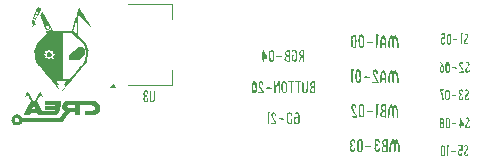
<source format=gbr>
%TF.GenerationSoftware,KiCad,Pcbnew,8.0.1*%
%TF.CreationDate,2024-05-27T16:44:31-06:00*%
%TF.ProjectId,KETSINI,4b455453-494e-4492-9e6b-696361645f70,rev?*%
%TF.SameCoordinates,Original*%
%TF.FileFunction,Legend,Bot*%
%TF.FilePolarity,Positive*%
%FSLAX46Y46*%
G04 Gerber Fmt 4.6, Leading zero omitted, Abs format (unit mm)*
G04 Created by KiCad (PCBNEW 8.0.1) date 2024-05-27 16:44:31*
%MOMM*%
%LPD*%
G01*
G04 APERTURE LIST*
%ADD10C,0.200000*%
%ADD11C,0.000000*%
%ADD12C,0.120000*%
G04 APERTURE END LIST*
D10*
G36*
X169248149Y-109883736D02*
G01*
X169297559Y-109879234D01*
X169346194Y-109864053D01*
X169379063Y-109845635D01*
X169417154Y-109813211D01*
X169447894Y-109773094D01*
X169464304Y-109742076D01*
X169481130Y-109695117D01*
X169490971Y-109644579D01*
X169493858Y-109595530D01*
X169493858Y-108898949D01*
X169363432Y-108898949D01*
X169363432Y-109599682D01*
X169359276Y-109648718D01*
X169343922Y-109696983D01*
X169333878Y-109714720D01*
X169297547Y-109748243D01*
X169248149Y-109759417D01*
X169198629Y-109748243D01*
X169162420Y-109714720D01*
X169141032Y-109667061D01*
X169133088Y-109616813D01*
X169132622Y-109599682D01*
X169132622Y-108898949D01*
X169002197Y-108898949D01*
X169002197Y-109595530D01*
X169005411Y-109648696D01*
X169015053Y-109697491D01*
X169033944Y-109747904D01*
X169061230Y-109792608D01*
X169069363Y-109802892D01*
X169105725Y-109838261D01*
X169147643Y-109863525D01*
X169195118Y-109878684D01*
X169248149Y-109883736D01*
G37*
G36*
X168490019Y-109188377D02*
G01*
X168494578Y-109237641D01*
X168510949Y-109284269D01*
X168543600Y-109324390D01*
X168585274Y-109349089D01*
X168542551Y-109375536D01*
X168519573Y-109403311D01*
X168498360Y-109449890D01*
X168490481Y-109500416D01*
X168490019Y-109517861D01*
X168490019Y-109660254D01*
X168496187Y-109711484D01*
X168513170Y-109759845D01*
X168514688Y-109763080D01*
X168540621Y-109805068D01*
X168575249Y-109840418D01*
X168586740Y-109849298D01*
X168631259Y-109872840D01*
X168682323Y-109883198D01*
X168698114Y-109883736D01*
X168750825Y-109879111D01*
X168800673Y-109862850D01*
X168844322Y-109831051D01*
X168861513Y-109809731D01*
X168885716Y-109765069D01*
X168901999Y-109714342D01*
X168909822Y-109664157D01*
X168911583Y-109623374D01*
X168911583Y-109529340D01*
X168784088Y-109529340D01*
X168784088Y-109637540D01*
X168778715Y-109686999D01*
X168762594Y-109725956D01*
X168723496Y-109756770D01*
X168703732Y-109759417D01*
X168656034Y-109742721D01*
X168644869Y-109732062D01*
X168622830Y-109686021D01*
X168620445Y-109659521D01*
X168620445Y-109531538D01*
X168626386Y-109482236D01*
X168637298Y-109451182D01*
X168674554Y-109417683D01*
X168700801Y-109414057D01*
X168784332Y-109414057D01*
X168784332Y-109289738D01*
X168698114Y-109289738D01*
X168652227Y-109272839D01*
X168640962Y-109259696D01*
X168623330Y-109213080D01*
X168620445Y-109176409D01*
X168620445Y-109102892D01*
X168630964Y-109053945D01*
X168644869Y-109034016D01*
X168687139Y-109009286D01*
X168703732Y-109007637D01*
X168751085Y-109025360D01*
X168762839Y-109039145D01*
X168781100Y-109086810D01*
X168784088Y-109123653D01*
X168784088Y-109217686D01*
X168859559Y-109217686D01*
X168911583Y-109121699D01*
X168906682Y-109067942D01*
X168893628Y-109019054D01*
X168872421Y-108975034D01*
X168857116Y-108952683D01*
X168819364Y-108916103D01*
X168772357Y-108893072D01*
X168722137Y-108883927D01*
X168703732Y-108883318D01*
X168651754Y-108888332D01*
X168603817Y-108905083D01*
X168581611Y-108918977D01*
X168544558Y-108952957D01*
X168516065Y-108996005D01*
X168511757Y-109005439D01*
X168496154Y-109052705D01*
X168490041Y-109101821D01*
X168490019Y-109104846D01*
X168490019Y-109188377D01*
G37*
D11*
%TO.C,G\u002A\u002A\u002A*%
G36*
X163421225Y-105319929D02*
G01*
X163525290Y-105423384D01*
X163524789Y-105611152D01*
X163524288Y-105798920D01*
X163295167Y-106043279D01*
X163066045Y-106287639D01*
X162612800Y-106287639D01*
X162159555Y-106287639D01*
X162159555Y-106093642D01*
X162159555Y-105899644D01*
X162614598Y-105558059D01*
X163069641Y-105216474D01*
X163193400Y-105216474D01*
X163317159Y-105216474D01*
X163421225Y-105319929D01*
G37*
G36*
X159224815Y-102944063D02*
G01*
X159253923Y-102960217D01*
X159257118Y-102965745D01*
X159266365Y-102995747D01*
X159275512Y-103042144D01*
X159282977Y-103097460D01*
X159283174Y-103099314D01*
X159290932Y-103169265D01*
X159297738Y-103217463D01*
X159305226Y-103248697D01*
X159315028Y-103267760D01*
X159328779Y-103279439D01*
X159348109Y-103288527D01*
X159382032Y-103308176D01*
X159408533Y-103333370D01*
X159418894Y-103353748D01*
X159427131Y-103394557D01*
X159424108Y-103434142D01*
X159409716Y-103461016D01*
X159402084Y-103466123D01*
X159391164Y-103462197D01*
X159383203Y-103435534D01*
X159382861Y-103433869D01*
X159360990Y-103381268D01*
X159324734Y-103346410D01*
X159279732Y-103331232D01*
X159231622Y-103337677D01*
X159186042Y-103367684D01*
X159158110Y-103402911D01*
X159147891Y-103443827D01*
X159159438Y-103493666D01*
X159165459Y-103517823D01*
X159162920Y-103535688D01*
X159159023Y-103536531D01*
X159140717Y-103526050D01*
X159115578Y-103501888D01*
X159097521Y-103479696D01*
X159084055Y-103450306D01*
X159085523Y-103417865D01*
X159098164Y-103382793D01*
X159121612Y-103347046D01*
X159149467Y-103317395D01*
X159086367Y-103176031D01*
X159064021Y-103123380D01*
X159044818Y-103072312D01*
X159033188Y-103034059D01*
X159031077Y-103014313D01*
X159048160Y-102990569D01*
X159085215Y-102966193D01*
X159132390Y-102949011D01*
X159181614Y-102940981D01*
X159224815Y-102944063D01*
G37*
G36*
X160680945Y-105986335D02*
G01*
X160671365Y-105997976D01*
X160635840Y-106032060D01*
X160601289Y-106054912D01*
X160558525Y-106066603D01*
X160498947Y-106068498D01*
X160440600Y-106058509D01*
X160395310Y-106037627D01*
X160389615Y-106033304D01*
X160340841Y-105985876D01*
X160314257Y-105932970D01*
X160305808Y-105866851D01*
X160306201Y-105842368D01*
X160313870Y-105793687D01*
X160333110Y-105756421D01*
X160347109Y-105740836D01*
X160439538Y-105740836D01*
X160442780Y-105759949D01*
X160454008Y-105792376D01*
X160461432Y-105812420D01*
X160467720Y-105844179D01*
X160460415Y-105864259D01*
X160459530Y-105865376D01*
X160456286Y-105880098D01*
X160469555Y-105899616D01*
X160502417Y-105928655D01*
X160512313Y-105936618D01*
X160554749Y-105968676D01*
X160579002Y-105981547D01*
X160586077Y-105974644D01*
X160576977Y-105947376D01*
X160552707Y-105899155D01*
X160546852Y-105877224D01*
X160562649Y-105860892D01*
X160575186Y-105852150D01*
X160579475Y-105842583D01*
X160570455Y-105835388D01*
X160545398Y-105815348D01*
X160511259Y-105788021D01*
X160483460Y-105766453D01*
X160455320Y-105746404D01*
X160441073Y-105738667D01*
X160439538Y-105740836D01*
X160347109Y-105740836D01*
X160367025Y-105718664D01*
X160426963Y-105678064D01*
X160492533Y-105658679D01*
X160558566Y-105661734D01*
X160619891Y-105688456D01*
X160638851Y-105702074D01*
X160686522Y-105748497D01*
X160712202Y-105800827D01*
X160719495Y-105865473D01*
X160717198Y-105905215D01*
X160705854Y-105946645D01*
X160688282Y-105974644D01*
X160680945Y-105986335D01*
G37*
G36*
X160628805Y-103534536D02*
G01*
X160612693Y-103601463D01*
X160577570Y-103664138D01*
X160527307Y-103716127D01*
X160465775Y-103750994D01*
X160426905Y-103761056D01*
X160355665Y-103762212D01*
X160285882Y-103744761D01*
X160225112Y-103711027D01*
X160180907Y-103663335D01*
X160176333Y-103653908D01*
X160162119Y-103620734D01*
X160140023Y-103567082D01*
X160129042Y-103539933D01*
X160228011Y-103539933D01*
X160245820Y-103593739D01*
X160286435Y-103642339D01*
X160293043Y-103647580D01*
X160347333Y-103672609D01*
X160407449Y-103674002D01*
X160466842Y-103651428D01*
X160472236Y-103647990D01*
X160513066Y-103607398D01*
X160533892Y-103557731D01*
X160536219Y-103504575D01*
X160521553Y-103453511D01*
X160491397Y-103410124D01*
X160447258Y-103379997D01*
X160390640Y-103368714D01*
X160346272Y-103373873D01*
X160292137Y-103397890D01*
X160253097Y-103436947D01*
X160231079Y-103485981D01*
X160228011Y-103539933D01*
X160129042Y-103539933D01*
X160111126Y-103495640D01*
X160076505Y-103409097D01*
X160037240Y-103310141D01*
X159994410Y-103201462D01*
X159949094Y-103085749D01*
X159734358Y-102535715D01*
X159804088Y-102413285D01*
X159829526Y-102368627D01*
X159865850Y-102305189D01*
X159892074Y-102260549D01*
X159910250Y-102231854D01*
X159922431Y-102216250D01*
X159930669Y-102210886D01*
X159937016Y-102212907D01*
X159943524Y-102219461D01*
X159946648Y-102223330D01*
X159963361Y-102248946D01*
X159987087Y-102289357D01*
X160013761Y-102337718D01*
X160021071Y-102351327D01*
X160047789Y-102400705D01*
X160083607Y-102466560D01*
X160125779Y-102543856D01*
X160171557Y-102627557D01*
X160218197Y-102712625D01*
X160253361Y-102776698D01*
X160331547Y-102919328D01*
X160398072Y-103041010D01*
X160453871Y-103143508D01*
X160499874Y-103228588D01*
X160537014Y-103298016D01*
X160566223Y-103353557D01*
X160588435Y-103396977D01*
X160604581Y-103430041D01*
X160615593Y-103454514D01*
X160622404Y-103472163D01*
X160625946Y-103484752D01*
X160627084Y-103504575D01*
X160628805Y-103534536D01*
G37*
G36*
X159680344Y-101868213D02*
G01*
X159737514Y-101900039D01*
X159781636Y-101950874D01*
X159789621Y-101967446D01*
X159801456Y-102023353D01*
X159798624Y-102085183D01*
X159781156Y-102140887D01*
X159777069Y-102148540D01*
X159759599Y-102179865D01*
X159731802Y-102228893D01*
X159695802Y-102291943D01*
X159653722Y-102365332D01*
X159607688Y-102445380D01*
X159559821Y-102528405D01*
X159512247Y-102610725D01*
X159467089Y-102688660D01*
X159426470Y-102758527D01*
X159392515Y-102816646D01*
X159367346Y-102859335D01*
X159353089Y-102882912D01*
X159337122Y-102898326D01*
X159315620Y-102904780D01*
X159299754Y-102899136D01*
X159298759Y-102881615D01*
X159301422Y-102875588D01*
X159314110Y-102847782D01*
X159335500Y-102801321D01*
X159363917Y-102739833D01*
X159397687Y-102666944D01*
X159435134Y-102586283D01*
X159455252Y-102542918D01*
X159494109Y-102457999D01*
X159522357Y-102392959D01*
X159540609Y-102344783D01*
X159549482Y-102310458D01*
X159549590Y-102286969D01*
X159541548Y-102271301D01*
X159525972Y-102260441D01*
X159503476Y-102251374D01*
X159472160Y-102245665D01*
X159449322Y-102258069D01*
X159445049Y-102264151D01*
X159429161Y-102292497D01*
X159404856Y-102339512D01*
X159374004Y-102401467D01*
X159338477Y-102474638D01*
X159300144Y-102555298D01*
X159278926Y-102600089D01*
X159242746Y-102674902D01*
X159210795Y-102739019D01*
X159184818Y-102789033D01*
X159166561Y-102821539D01*
X159157769Y-102833132D01*
X159152537Y-102831669D01*
X159139343Y-102815620D01*
X159139297Y-102815483D01*
X159142227Y-102798035D01*
X159153452Y-102759230D01*
X159171683Y-102702613D01*
X159195631Y-102631728D01*
X159224005Y-102550121D01*
X159255518Y-102461335D01*
X159288880Y-102368914D01*
X159322801Y-102276403D01*
X159355993Y-102187346D01*
X159387165Y-102105287D01*
X159415030Y-102033771D01*
X159438297Y-101976343D01*
X159455677Y-101936545D01*
X159465881Y-101917923D01*
X159493027Y-101893311D01*
X159551852Y-101864197D01*
X159616373Y-101856049D01*
X159680344Y-101868213D01*
G37*
G36*
X159939563Y-110652636D02*
G01*
X160473807Y-110652636D01*
X161008052Y-110652636D01*
X161008052Y-110585688D01*
X161008052Y-110518740D01*
X160566197Y-110518740D01*
X160124341Y-110518740D01*
X160124341Y-110384845D01*
X160124341Y-110250949D01*
X160566197Y-110250949D01*
X161008052Y-110250949D01*
X161008052Y-110184001D01*
X161008052Y-110117054D01*
X160566197Y-110117054D01*
X160124341Y-110117054D01*
X160124341Y-109949560D01*
X160124341Y-109782067D01*
X160796221Y-109785538D01*
X161468102Y-109789009D01*
X161465995Y-110160805D01*
X161463888Y-110532601D01*
X161299570Y-110746142D01*
X161135253Y-110959683D01*
X160361953Y-110960139D01*
X159588653Y-110960596D01*
X159546745Y-110866869D01*
X159504836Y-110773142D01*
X159217649Y-110773142D01*
X158930462Y-110773142D01*
X158888818Y-110866869D01*
X158847173Y-110960596D01*
X158595351Y-110960596D01*
X158530932Y-110960428D01*
X158455627Y-110959462D01*
X158402174Y-110957458D01*
X158367633Y-110954214D01*
X158349065Y-110949525D01*
X158343529Y-110943190D01*
X158344020Y-110937646D01*
X158355097Y-110913063D01*
X158362575Y-110900504D01*
X158381325Y-110866295D01*
X158409951Y-110812950D01*
X158447185Y-110742866D01*
X158491758Y-110658437D01*
X158542404Y-110562059D01*
X158586105Y-110478572D01*
X159067864Y-110478572D01*
X159215933Y-110478572D01*
X159233139Y-110478538D01*
X159295090Y-110477457D01*
X159334287Y-110474571D01*
X159353998Y-110469492D01*
X159357489Y-110461835D01*
X159357213Y-110461128D01*
X159337559Y-110414229D01*
X159313184Y-110361068D01*
X159286716Y-110306754D01*
X159260784Y-110256395D01*
X159238020Y-110215101D01*
X159221051Y-110187980D01*
X159212507Y-110180141D01*
X159203566Y-110194872D01*
X159185843Y-110229082D01*
X159162110Y-110277408D01*
X159134984Y-110334634D01*
X159067864Y-110478572D01*
X158586105Y-110478572D01*
X158597854Y-110456126D01*
X158656841Y-110343034D01*
X158947017Y-109785726D01*
X158864442Y-109606609D01*
X158858660Y-109594067D01*
X158824151Y-109519213D01*
X158789739Y-109444569D01*
X158759128Y-109378171D01*
X158736024Y-109328056D01*
X158690182Y-109228620D01*
X158555204Y-109361530D01*
X158534562Y-109381700D01*
X158490331Y-109423743D01*
X158455648Y-109455030D01*
X158433625Y-109472815D01*
X158427372Y-109474355D01*
X158429242Y-109469637D01*
X158440685Y-109443260D01*
X158460055Y-109399884D01*
X158485246Y-109344108D01*
X158514154Y-109280534D01*
X158544672Y-109213761D01*
X158574694Y-109148390D01*
X158602116Y-109089023D01*
X158624831Y-109040259D01*
X158640733Y-109006698D01*
X158647717Y-108992942D01*
X158654463Y-108996269D01*
X158676663Y-109014874D01*
X158710275Y-109046237D01*
X158751227Y-109086669D01*
X158759972Y-109095526D01*
X158789671Y-109126329D01*
X158814310Y-109154327D01*
X158836190Y-109183409D01*
X158857609Y-109217458D01*
X158880870Y-109260361D01*
X158908271Y-109316003D01*
X158942114Y-109388271D01*
X158984699Y-109481049D01*
X159119442Y-109775620D01*
X159216857Y-109778994D01*
X159314273Y-109782367D01*
X159454217Y-109474689D01*
X159471140Y-109437510D01*
X159511126Y-109350281D01*
X159543053Y-109282460D01*
X159569057Y-109230364D01*
X159591276Y-109190309D01*
X159611845Y-109158612D01*
X159632903Y-109131590D01*
X159656586Y-109105559D01*
X159685031Y-109076837D01*
X159704066Y-109058360D01*
X159744107Y-109022812D01*
X159772835Y-109002388D01*
X159787018Y-108999539D01*
X159793068Y-109009336D01*
X159809008Y-109040104D01*
X159831010Y-109085457D01*
X159856220Y-109139615D01*
X159867068Y-109163366D01*
X159901144Y-109237925D01*
X159936300Y-109314790D01*
X159966437Y-109380628D01*
X160018570Y-109494439D01*
X159884435Y-109361226D01*
X159866137Y-109343175D01*
X159819782Y-109298588D01*
X159781576Y-109263481D01*
X159755070Y-109241053D01*
X159743811Y-109234502D01*
X159742867Y-109235763D01*
X159732557Y-109255169D01*
X159713917Y-109293699D01*
X159688909Y-109347011D01*
X159659493Y-109410766D01*
X159627634Y-109480622D01*
X159595292Y-109552240D01*
X159564431Y-109621277D01*
X159537012Y-109683395D01*
X159514998Y-109734253D01*
X159500350Y-109769509D01*
X159495032Y-109784823D01*
X159500384Y-109798240D01*
X159516845Y-109832911D01*
X159543041Y-109885916D01*
X159577578Y-109954487D01*
X159619062Y-110035859D01*
X159666100Y-110127266D01*
X159717297Y-110225940D01*
X159840175Y-110461835D01*
X159939563Y-110652636D01*
G37*
G36*
X163136993Y-110558209D02*
G01*
X163136993Y-110960596D01*
X162909370Y-110960596D01*
X162681748Y-110960596D01*
X162681748Y-110820006D01*
X162681748Y-110679415D01*
X162488672Y-110679415D01*
X162295596Y-110679415D01*
X161964782Y-111107881D01*
X161731867Y-111409549D01*
X161633967Y-111536347D01*
X159935462Y-111536347D01*
X158236957Y-111536347D01*
X158208076Y-111593253D01*
X158199651Y-111609269D01*
X158136173Y-111701193D01*
X158056383Y-111772588D01*
X157957879Y-111825684D01*
X157866485Y-111852442D01*
X157760206Y-111859103D01*
X157655366Y-111841298D01*
X157556253Y-111799815D01*
X157467150Y-111735443D01*
X157418193Y-111685474D01*
X157363139Y-111605342D01*
X157329802Y-111515680D01*
X157315430Y-111410596D01*
X157314551Y-111386375D01*
X157315583Y-111368974D01*
X157589858Y-111368974D01*
X157592001Y-111428297D01*
X157614216Y-111485688D01*
X157658764Y-111536812D01*
X157667915Y-111544170D01*
X157700100Y-111564699D01*
X157734684Y-111574201D01*
X157783752Y-111576516D01*
X157804235Y-111576281D01*
X157845278Y-111572119D01*
X157875854Y-111559708D01*
X157907716Y-111535124D01*
X157916176Y-111527212D01*
X157955315Y-111472741D01*
X157975960Y-111409549D01*
X157974852Y-111346778D01*
X157965439Y-111319432D01*
X157932037Y-111268809D01*
X157885245Y-111226530D01*
X157833503Y-111201279D01*
X157801212Y-111195165D01*
X157736860Y-111199099D01*
X157681291Y-111222783D01*
X157636762Y-111261881D01*
X157605531Y-111312057D01*
X157589858Y-111368974D01*
X157315583Y-111368974D01*
X157320130Y-111292269D01*
X157343032Y-111211189D01*
X157385992Y-111136098D01*
X157451745Y-111059959D01*
X157465193Y-111046637D01*
X157540116Y-110984628D01*
X157616365Y-110945192D01*
X157701042Y-110925543D01*
X157801252Y-110922895D01*
X157863563Y-110929255D01*
X157970590Y-110959178D01*
X158064516Y-111011508D01*
X158143210Y-111084897D01*
X158204545Y-111177999D01*
X158237304Y-111242645D01*
X159804691Y-111240688D01*
X161372077Y-111238731D01*
X161403020Y-111203433D01*
X161417114Y-111186673D01*
X161446743Y-111149930D01*
X161485912Y-111100363D01*
X161532016Y-111041364D01*
X161582454Y-110976324D01*
X161634619Y-110908636D01*
X161685908Y-110841689D01*
X161733718Y-110778877D01*
X161775443Y-110723591D01*
X161808481Y-110679222D01*
X161830226Y-110649161D01*
X161838076Y-110636801D01*
X161833418Y-110630039D01*
X161812412Y-110619475D01*
X161787331Y-110606051D01*
X161747933Y-110572563D01*
X161706161Y-110526912D01*
X161667800Y-110475571D01*
X161638635Y-110425013D01*
X161612853Y-110349797D01*
X161602705Y-110261661D01*
X162055602Y-110261661D01*
X162078011Y-110306371D01*
X162086583Y-110316213D01*
X162097126Y-110324235D01*
X162112685Y-110330128D01*
X162136888Y-110334304D01*
X162173360Y-110337174D01*
X162225730Y-110339151D01*
X162297622Y-110340644D01*
X162392665Y-110342067D01*
X162681748Y-110346152D01*
X162681748Y-110251687D01*
X162681748Y-110157222D01*
X162393872Y-110157222D01*
X162343849Y-110157250D01*
X162260336Y-110157592D01*
X162198150Y-110158576D01*
X162153636Y-110160512D01*
X162123140Y-110163711D01*
X162103008Y-110168485D01*
X162089585Y-110175145D01*
X162079217Y-110184001D01*
X162057958Y-110217246D01*
X162055602Y-110261661D01*
X161602705Y-110261661D01*
X161601455Y-110250809D01*
X161611388Y-110149592D01*
X161642575Y-110053663D01*
X161649390Y-110039614D01*
X161705541Y-109954581D01*
X161780246Y-109879046D01*
X161866430Y-109820378D01*
X161925237Y-109789009D01*
X163103519Y-109789009D01*
X163276288Y-109789030D01*
X163461544Y-109789130D01*
X163623267Y-109789342D01*
X163763231Y-109789700D01*
X163883210Y-109790237D01*
X163984979Y-109790985D01*
X164070312Y-109791978D01*
X164140982Y-109793249D01*
X164198765Y-109794832D01*
X164245435Y-109796758D01*
X164282766Y-109799062D01*
X164312531Y-109801777D01*
X164336506Y-109804934D01*
X164356465Y-109808569D01*
X164374182Y-109812713D01*
X164429110Y-109828541D01*
X164550304Y-109878383D01*
X164651361Y-109943188D01*
X164731066Y-110022070D01*
X164788203Y-110114145D01*
X164798617Y-110138776D01*
X164806901Y-110166351D01*
X164812347Y-110199427D01*
X164815527Y-110243323D01*
X164817014Y-110303356D01*
X164817383Y-110384845D01*
X164817089Y-110459548D01*
X164815733Y-110521405D01*
X164812740Y-110566615D01*
X164807536Y-110600496D01*
X164799548Y-110628367D01*
X164788203Y-110655545D01*
X164763828Y-110699890D01*
X164704114Y-110776497D01*
X164630082Y-110843700D01*
X164549604Y-110893642D01*
X164508570Y-110912543D01*
X164461580Y-110931573D01*
X164414516Y-110946621D01*
X164363562Y-110958231D01*
X164304904Y-110966945D01*
X164234728Y-110973306D01*
X164149217Y-110977858D01*
X164044558Y-110981143D01*
X163916935Y-110983704D01*
X163538680Y-110990119D01*
X163538680Y-110802129D01*
X163538680Y-110614138D01*
X163876766Y-110609956D01*
X163901719Y-110609643D01*
X164000816Y-110608241D01*
X164077551Y-110606654D01*
X164135553Y-110604565D01*
X164178448Y-110601657D01*
X164209861Y-110597615D01*
X164233421Y-110592121D01*
X164252752Y-110584860D01*
X164271482Y-110575515D01*
X164305884Y-110553534D01*
X164342688Y-110512638D01*
X164362754Y-110458203D01*
X164368832Y-110384845D01*
X164366305Y-110334497D01*
X164351398Y-110274113D01*
X164320707Y-110229133D01*
X164271482Y-110194175D01*
X164259660Y-110188043D01*
X164244868Y-110181587D01*
X164227588Y-110176354D01*
X164205122Y-110172189D01*
X164174770Y-110168935D01*
X164133834Y-110166439D01*
X164079615Y-110164544D01*
X164009413Y-110163095D01*
X163920530Y-110161937D01*
X163810266Y-110160913D01*
X163675923Y-110159869D01*
X163136993Y-110155821D01*
X163136993Y-110157222D01*
X163136993Y-110558209D01*
G37*
G36*
X162985267Y-102640417D02*
G01*
X162980073Y-102732270D01*
X162974273Y-102837347D01*
X162968012Y-102952890D01*
X162961431Y-103076140D01*
X162954676Y-103204339D01*
X162947889Y-103334729D01*
X162941213Y-103464550D01*
X162934794Y-103591046D01*
X162928773Y-103711457D01*
X162923294Y-103823025D01*
X162918502Y-103922991D01*
X162914539Y-104008598D01*
X162911549Y-104077086D01*
X162909675Y-104125698D01*
X162909061Y-104151675D01*
X162909370Y-104218294D01*
X163254990Y-104566751D01*
X163600611Y-104915209D01*
X163718985Y-105242802D01*
X163837359Y-105570395D01*
X163834465Y-105586968D01*
X163775313Y-105925669D01*
X163760538Y-106010359D01*
X163743520Y-106108125D01*
X163727816Y-106198564D01*
X163714251Y-106276912D01*
X163703652Y-106338407D01*
X163696845Y-106378287D01*
X163680422Y-106475630D01*
X163200056Y-107047765D01*
X163112476Y-107152071D01*
X162997317Y-107289208D01*
X162876084Y-107433568D01*
X162752657Y-107580528D01*
X162630920Y-107725465D01*
X162514753Y-107863759D01*
X162408040Y-107990786D01*
X162314663Y-108101924D01*
X162274095Y-108150205D01*
X162152874Y-108294476D01*
X162047498Y-108419869D01*
X161956900Y-108527620D01*
X161880015Y-108618964D01*
X161815775Y-108695138D01*
X161763115Y-108757377D01*
X161720969Y-108806917D01*
X161688270Y-108844994D01*
X161663952Y-108872843D01*
X161646948Y-108891700D01*
X161636194Y-108902800D01*
X161630622Y-108907381D01*
X161629166Y-108906677D01*
X161630761Y-108901924D01*
X161634339Y-108894357D01*
X161638834Y-108885214D01*
X161647365Y-108868991D01*
X161668145Y-108831402D01*
X161697778Y-108778809D01*
X161733709Y-108715742D01*
X161773384Y-108646730D01*
X161807065Y-108588185D01*
X161840902Y-108528865D01*
X161867728Y-108481273D01*
X161885397Y-108449219D01*
X161891763Y-108436512D01*
X161885425Y-108434046D01*
X161858931Y-108430361D01*
X161818818Y-108427289D01*
X161745874Y-108423274D01*
X161850315Y-108275989D01*
X161954756Y-108128704D01*
X161546317Y-108125160D01*
X161504017Y-108124825D01*
X161405381Y-108124312D01*
X161316973Y-108124221D01*
X161242103Y-108124532D01*
X161184080Y-108125224D01*
X161146216Y-108126279D01*
X161131818Y-108127675D01*
X161131721Y-108129001D01*
X161140253Y-108146545D01*
X161160962Y-108180662D01*
X161191221Y-108227162D01*
X161228404Y-108281852D01*
X161331049Y-108429969D01*
X161256583Y-108429969D01*
X161225534Y-108430476D01*
X161194238Y-108432486D01*
X161182117Y-108435504D01*
X161182751Y-108437106D01*
X161192861Y-108456091D01*
X161213611Y-108493245D01*
X161242825Y-108544772D01*
X161278330Y-108606879D01*
X161317952Y-108675771D01*
X161359517Y-108747654D01*
X161400851Y-108818733D01*
X161439779Y-108885214D01*
X161467340Y-108932077D01*
X161439702Y-108905298D01*
X161437985Y-108903548D01*
X161420046Y-108883513D01*
X161387406Y-108845837D01*
X161342106Y-108792920D01*
X161286187Y-108727162D01*
X161221692Y-108650962D01*
X161150660Y-108566719D01*
X161075135Y-108476832D01*
X160996249Y-108382795D01*
X160916260Y-108287464D01*
X160839431Y-108195921D01*
X160768574Y-108111512D01*
X160706497Y-108037584D01*
X160656008Y-107977483D01*
X160619917Y-107934555D01*
X160524838Y-107821528D01*
X160342258Y-107604331D01*
X160176650Y-107407106D01*
X160027768Y-107229557D01*
X159895369Y-107071389D01*
X159779205Y-106932308D01*
X159679033Y-106812019D01*
X159594606Y-106710227D01*
X159525679Y-106626636D01*
X159472007Y-106560953D01*
X159433345Y-106512882D01*
X159409447Y-106482129D01*
X159400068Y-106468398D01*
X159397456Y-106459093D01*
X159390010Y-106424863D01*
X159379064Y-106369671D01*
X159365245Y-106296849D01*
X159349182Y-106209729D01*
X159331504Y-106111644D01*
X159312839Y-106005924D01*
X159288385Y-105865996D01*
X160044004Y-105865996D01*
X160044243Y-105880540D01*
X160049105Y-105902059D01*
X160065927Y-105912878D01*
X160102042Y-105919793D01*
X160140926Y-105926631D01*
X160169356Y-105937598D01*
X160188276Y-105958042D01*
X160206914Y-105994537D01*
X160218487Y-106021628D01*
X160221428Y-106043284D01*
X160212592Y-106066483D01*
X160190382Y-106101555D01*
X160151531Y-106160240D01*
X160184039Y-106192748D01*
X160216547Y-106225256D01*
X160273377Y-106187648D01*
X160301205Y-106169852D01*
X160327084Y-106158397D01*
X160351068Y-106158991D01*
X160384601Y-106169797D01*
X160408234Y-106179092D01*
X160430243Y-106193792D01*
X160442270Y-106217371D01*
X160450921Y-106258681D01*
X160457721Y-106294447D01*
X160466537Y-106317432D01*
X160481534Y-106326327D01*
X160508247Y-106327807D01*
X160518428Y-106327738D01*
X160540904Y-106324939D01*
X160554810Y-106313652D01*
X160564776Y-106287957D01*
X160575433Y-106241937D01*
X160585787Y-106208038D01*
X160604767Y-106186379D01*
X160640903Y-106169790D01*
X160667433Y-106160764D01*
X160692633Y-106157508D01*
X160716981Y-106165857D01*
X160751900Y-106187648D01*
X160808730Y-106225256D01*
X160841238Y-106192748D01*
X160873746Y-106160240D01*
X160835113Y-106101884D01*
X160816195Y-106072293D01*
X160804979Y-106047015D01*
X160805763Y-106024722D01*
X160816739Y-105994867D01*
X160831668Y-105962639D01*
X160849848Y-105940555D01*
X160877503Y-105928295D01*
X160923235Y-105919793D01*
X160941907Y-105916808D01*
X160968665Y-105909018D01*
X160979343Y-105894346D01*
X160981273Y-105865996D01*
X161704309Y-105865996D01*
X161704309Y-105986374D01*
X161704309Y-107947944D01*
X161962059Y-107947529D01*
X162219808Y-107947114D01*
X162500988Y-107610833D01*
X162566832Y-107532128D01*
X162653920Y-107428115D01*
X162750403Y-107312950D01*
X162852123Y-107191598D01*
X162954920Y-107069018D01*
X163054637Y-106950172D01*
X163147113Y-106840022D01*
X163188599Y-106790488D01*
X163263929Y-106699818D01*
X163332905Y-106615861D01*
X163393698Y-106540900D01*
X163444479Y-106477220D01*
X163483416Y-106427103D01*
X163508680Y-106392832D01*
X163518442Y-106376691D01*
X163518843Y-106374785D01*
X163523550Y-106349969D01*
X163532113Y-106303086D01*
X163543882Y-106237763D01*
X163558206Y-106157628D01*
X163574432Y-106066308D01*
X163591910Y-105967430D01*
X163658993Y-105586968D01*
X163551483Y-105291257D01*
X163443972Y-104995546D01*
X162959159Y-104510174D01*
X162474347Y-104024803D01*
X162089328Y-104024803D01*
X161704309Y-104024803D01*
X161704309Y-105865996D01*
X160981273Y-105865996D01*
X160980206Y-105842315D01*
X160972514Y-105825879D01*
X160951626Y-105815703D01*
X160910978Y-105806203D01*
X160883420Y-105799944D01*
X160852566Y-105788328D01*
X160833682Y-105769559D01*
X160817618Y-105736838D01*
X160794554Y-105682171D01*
X160833770Y-105625171D01*
X160872987Y-105568172D01*
X160840444Y-105537599D01*
X160807902Y-105507027D01*
X160753118Y-105543281D01*
X160725343Y-105561065D01*
X160700456Y-105571639D01*
X160676351Y-105569985D01*
X160641011Y-105557643D01*
X160624838Y-105551224D01*
X160596388Y-105535265D01*
X160581363Y-105512566D01*
X160571595Y-105473187D01*
X160566412Y-105448214D01*
X160556878Y-105422240D01*
X160540574Y-105410849D01*
X160510647Y-105406548D01*
X160461793Y-105402473D01*
X160452680Y-105468734D01*
X160448274Y-105497098D01*
X160438978Y-105525164D01*
X160420367Y-105542075D01*
X160385255Y-105557266D01*
X160355180Y-105568172D01*
X160329615Y-105572284D01*
X160305970Y-105564485D01*
X160272159Y-105543281D01*
X160217375Y-105507027D01*
X160184832Y-105537599D01*
X160152290Y-105568172D01*
X160191506Y-105625171D01*
X160230723Y-105682171D01*
X160207659Y-105736838D01*
X160197992Y-105758236D01*
X160181369Y-105781895D01*
X160156522Y-105795618D01*
X160114299Y-105806203D01*
X160077731Y-105814534D01*
X160054617Y-105824302D01*
X160045563Y-105839595D01*
X160044004Y-105865996D01*
X159288385Y-105865996D01*
X159236696Y-105570230D01*
X159359375Y-105236024D01*
X159482054Y-104901819D01*
X159897522Y-104486066D01*
X160312991Y-104070313D01*
X160245597Y-103925986D01*
X160244712Y-103924090D01*
X160219669Y-103869134D01*
X160211855Y-103850978D01*
X162537039Y-103850978D01*
X162675208Y-103957975D01*
X162685018Y-103965556D01*
X162735990Y-104004439D01*
X162778476Y-104036019D01*
X162808279Y-104057221D01*
X162821205Y-104064971D01*
X162824280Y-104059476D01*
X162827969Y-104033962D01*
X162829671Y-103994676D01*
X162830508Y-103968864D01*
X162832791Y-103918585D01*
X162836358Y-103847393D01*
X162841049Y-103758256D01*
X162846706Y-103654147D01*
X162853169Y-103538034D01*
X162860279Y-103412889D01*
X162867876Y-103281682D01*
X162868279Y-103274788D01*
X162875702Y-103146809D01*
X162882529Y-103027377D01*
X162888619Y-102919089D01*
X162893829Y-102824544D01*
X162898019Y-102746339D01*
X162901047Y-102687072D01*
X162902772Y-102649341D01*
X162903052Y-102635744D01*
X162902885Y-102635917D01*
X162897603Y-102651135D01*
X162885676Y-102688843D01*
X162867949Y-102746271D01*
X162845268Y-102820647D01*
X162818478Y-102909203D01*
X162788425Y-103009166D01*
X162755955Y-103117768D01*
X162723666Y-103226035D01*
X162690091Y-103338593D01*
X162658454Y-103444630D01*
X162629899Y-103540318D01*
X162605567Y-103621829D01*
X162586601Y-103685334D01*
X162574143Y-103727005D01*
X162537039Y-103850978D01*
X160211855Y-103850978D01*
X160200657Y-103824958D01*
X160189518Y-103796019D01*
X160188093Y-103786779D01*
X160261741Y-103818621D01*
X160357657Y-103839961D01*
X160447529Y-103836068D01*
X160530112Y-103807042D01*
X160604160Y-103752985D01*
X160629876Y-103726216D01*
X160672611Y-103662789D01*
X160698429Y-103586730D01*
X160709917Y-103536084D01*
X160785258Y-103693411D01*
X160860599Y-103850738D01*
X161654015Y-103850683D01*
X162447430Y-103850628D01*
X162728611Y-102872689D01*
X162733618Y-102855279D01*
X162778521Y-102699366D01*
X162821364Y-102551018D01*
X162861558Y-102412255D01*
X162898510Y-102285097D01*
X162931632Y-102171563D01*
X162960332Y-102073673D01*
X162984020Y-101993448D01*
X163002105Y-101932907D01*
X163013997Y-101894070D01*
X163019106Y-101878957D01*
X163023590Y-101872803D01*
X163033509Y-101869471D01*
X163035898Y-101873073D01*
X163050703Y-101896127D01*
X163077815Y-101938634D01*
X163115907Y-101998502D01*
X163163647Y-102073637D01*
X163219708Y-102161947D01*
X163282759Y-102261340D01*
X163351473Y-102369723D01*
X163424518Y-102485003D01*
X163456253Y-102535098D01*
X163529661Y-102650945D01*
X163599300Y-102760807D01*
X163663662Y-102862307D01*
X163721239Y-102953068D01*
X163770523Y-103030712D01*
X163810005Y-103092863D01*
X163838178Y-103137143D01*
X163853532Y-103161176D01*
X163886523Y-103212570D01*
X163929812Y-103280333D01*
X163974075Y-103349916D01*
X164016746Y-103417258D01*
X164055257Y-103478295D01*
X164087038Y-103528964D01*
X164109521Y-103565202D01*
X164120139Y-103582947D01*
X164120450Y-103584483D01*
X164111998Y-103578454D01*
X164090257Y-103558553D01*
X164054633Y-103524187D01*
X164004530Y-103474760D01*
X163939354Y-103409677D01*
X163858510Y-103328343D01*
X163761405Y-103230162D01*
X163647443Y-103114540D01*
X163516031Y-102980882D01*
X163366572Y-102828591D01*
X163345427Y-102807044D01*
X163265962Y-102726331D01*
X163193010Y-102652641D01*
X163128602Y-102587998D01*
X163074770Y-102534426D01*
X163033546Y-102493949D01*
X163006960Y-102468592D01*
X162997044Y-102460378D01*
X162995782Y-102471786D01*
X162993265Y-102507417D01*
X162989713Y-102564546D01*
X162985541Y-102635744D01*
X162985267Y-102640417D01*
G37*
G36*
X187537289Y-107714265D02*
G01*
X187633312Y-107734881D01*
X187674290Y-107773459D01*
X187678742Y-107795952D01*
X187653917Y-107822425D01*
X187573804Y-107835312D01*
X187422638Y-107838699D01*
X187257917Y-107832653D01*
X187161894Y-107812037D01*
X187120916Y-107773459D01*
X187116464Y-107750966D01*
X187141289Y-107724493D01*
X187221402Y-107711607D01*
X187372568Y-107708219D01*
X187537289Y-107714265D01*
G37*
G36*
X187531150Y-113588480D02*
G01*
X187631347Y-113595825D01*
X187766376Y-113620614D01*
X187822563Y-113658096D01*
X187824431Y-113666501D01*
X187802868Y-113693738D01*
X187722051Y-113704666D01*
X187568508Y-113701589D01*
X187468310Y-113694244D01*
X187333281Y-113669455D01*
X187277095Y-113631973D01*
X187275226Y-113623568D01*
X187296790Y-113596331D01*
X187377607Y-113585403D01*
X187531150Y-113588480D01*
G37*
G36*
X187661629Y-110630945D02*
G01*
X187761827Y-110638291D01*
X187896856Y-110663080D01*
X187953042Y-110700562D01*
X187954911Y-110708966D01*
X187933348Y-110736204D01*
X187852530Y-110747132D01*
X187698987Y-110744055D01*
X187598790Y-110736710D01*
X187463761Y-110711921D01*
X187407574Y-110674439D01*
X187405706Y-110666034D01*
X187427269Y-110638796D01*
X187508086Y-110627869D01*
X187661629Y-110630945D01*
G37*
G36*
X187798248Y-104756731D02*
G01*
X187894271Y-104777347D01*
X187935249Y-104815925D01*
X187939701Y-104838418D01*
X187914876Y-104864891D01*
X187834763Y-104877777D01*
X187683597Y-104881165D01*
X187518876Y-104875119D01*
X187422853Y-104854503D01*
X187381875Y-104815925D01*
X187377422Y-104793432D01*
X187402248Y-104766959D01*
X187482361Y-104754073D01*
X187633527Y-104750685D01*
X187798248Y-104756731D01*
G37*
G36*
X186277930Y-107112843D02*
G01*
X186310220Y-107154952D01*
X186266781Y-107208048D01*
X186251143Y-107248933D01*
X186236488Y-107364307D01*
X186226793Y-107537903D01*
X186223288Y-107754279D01*
X186222019Y-107957080D01*
X186216546Y-108115572D01*
X186205176Y-108212272D01*
X186186236Y-108260513D01*
X186158048Y-108273630D01*
X186150661Y-108272983D01*
X186126083Y-108253631D01*
X186109415Y-108197965D01*
X186099251Y-108093323D01*
X186094185Y-107927046D01*
X186092808Y-107686473D01*
X186092808Y-107099315D01*
X186201541Y-107099315D01*
X186277930Y-107112843D01*
G37*
G36*
X188365601Y-104155309D02*
G01*
X188397891Y-104197418D01*
X188354452Y-104250514D01*
X188338815Y-104291399D01*
X188324159Y-104406773D01*
X188314464Y-104580369D01*
X188310959Y-104796745D01*
X188309690Y-104999546D01*
X188304217Y-105158038D01*
X188292848Y-105254738D01*
X188273907Y-105302979D01*
X188245719Y-105316096D01*
X188238332Y-105315449D01*
X188213754Y-105296097D01*
X188197086Y-105240431D01*
X188186923Y-105135789D01*
X188181856Y-104969512D01*
X188180479Y-104728939D01*
X188180479Y-104141781D01*
X188289212Y-104141781D01*
X188365601Y-104155309D01*
G37*
G36*
X188406170Y-110016930D02*
G01*
X188425501Y-110038245D01*
X188382940Y-110092894D01*
X188363675Y-110118799D01*
X188337650Y-110185139D01*
X188321505Y-110290057D01*
X188313266Y-110449659D01*
X188310959Y-110680052D01*
X188309844Y-110867752D01*
X188304518Y-111027908D01*
X188293209Y-111125639D01*
X188274186Y-111174407D01*
X188245719Y-111187672D01*
X188238332Y-111187024D01*
X188213754Y-111167672D01*
X188197086Y-111112006D01*
X188186923Y-111007364D01*
X188181856Y-110841087D01*
X188180479Y-110600514D01*
X188180479Y-110013356D01*
X188317700Y-110013356D01*
X188406170Y-110016930D01*
G37*
G36*
X186400864Y-110042580D02*
G01*
X186484318Y-110112077D01*
X186525523Y-110219626D01*
X186505130Y-110350331D01*
X186487578Y-110382121D01*
X186463570Y-110372150D01*
X186433956Y-110285189D01*
X186388764Y-110184342D01*
X186313684Y-110143836D01*
X186250951Y-110156020D01*
X186203609Y-110223769D01*
X186218554Y-110349848D01*
X186295551Y-110533041D01*
X186434367Y-110772128D01*
X186489812Y-110867911D01*
X186548469Y-110996500D01*
X186571233Y-111087454D01*
X186565312Y-111140921D01*
X186533391Y-111172094D01*
X186455150Y-111185077D01*
X186310274Y-111187672D01*
X186296141Y-111187645D01*
X186148855Y-111181409D01*
X186071660Y-111161689D01*
X186049315Y-111124815D01*
X186052833Y-111107839D01*
X186111068Y-111068928D01*
X186246979Y-111048702D01*
X186444642Y-111035446D01*
X186265743Y-110739305D01*
X186262643Y-110734162D01*
X186145266Y-110512356D01*
X186091547Y-110337985D01*
X186099999Y-110201080D01*
X186169135Y-110091672D01*
X186184609Y-110077327D01*
X186294511Y-110026031D01*
X186400864Y-110042580D01*
G37*
G36*
X188241755Y-107141980D02*
G01*
X188323872Y-107229310D01*
X188345637Y-107354651D01*
X188333216Y-107412654D01*
X188291970Y-107472954D01*
X188245922Y-107461018D01*
X188216237Y-107373726D01*
X188186013Y-107280026D01*
X188115835Y-107251541D01*
X188064134Y-107265031D01*
X188014788Y-107327649D01*
X188012827Y-107339699D01*
X188013771Y-107386937D01*
X188032506Y-107450017D01*
X188075603Y-107543728D01*
X188149631Y-107682856D01*
X188261161Y-107882192D01*
X188322522Y-107998918D01*
X188376195Y-108120957D01*
X188397157Y-108197517D01*
X188394322Y-108222512D01*
X188363779Y-108254604D01*
X188284312Y-108269797D01*
X188136986Y-108273630D01*
X188105544Y-108273502D01*
X187967114Y-108266611D01*
X187896069Y-108246272D01*
X187876027Y-108208391D01*
X187885117Y-108179251D01*
X187945566Y-108151329D01*
X188076163Y-108143151D01*
X188276299Y-108143151D01*
X188161177Y-107958305D01*
X188113583Y-107880336D01*
X187980335Y-107633421D01*
X187909040Y-107439815D01*
X187899044Y-107294110D01*
X187949692Y-107190900D01*
X188060331Y-107124777D01*
X188123710Y-107112341D01*
X188241755Y-107141980D01*
G37*
G36*
X186256647Y-112992242D02*
G01*
X186358622Y-113057358D01*
X186421423Y-113156135D01*
X186423721Y-113256995D01*
X186383917Y-113311893D01*
X186334609Y-113302077D01*
X186302426Y-113220976D01*
X186279320Y-113158651D01*
X186201541Y-113123117D01*
X186159332Y-113134307D01*
X186107773Y-113199413D01*
X186091728Y-113293755D01*
X186113850Y-113383778D01*
X186176794Y-113435929D01*
X186180862Y-113437033D01*
X186255055Y-113484840D01*
X186253831Y-113546330D01*
X186177129Y-113593094D01*
X186121344Y-113621029D01*
X186098785Y-113683033D01*
X186101016Y-113804759D01*
X186114643Y-113916002D01*
X186144685Y-113977355D01*
X186201541Y-113992980D01*
X186270613Y-113966658D01*
X186302290Y-113873374D01*
X186322538Y-113800972D01*
X186370814Y-113755441D01*
X186418919Y-113775267D01*
X186440753Y-113862500D01*
X186419569Y-113954605D01*
X186353767Y-114058219D01*
X186264203Y-114124091D01*
X186150109Y-114142355D01*
X186053776Y-114087864D01*
X185987188Y-113968735D01*
X185962329Y-113793087D01*
X185964607Y-113725428D01*
X185980283Y-113613936D01*
X186005940Y-113557976D01*
X186025891Y-113532248D01*
X186005940Y-113449535D01*
X185964070Y-113321784D01*
X185971181Y-113181191D01*
X186026763Y-113065234D01*
X186120488Y-112994106D01*
X186242026Y-112987996D01*
X186256647Y-112992242D01*
G37*
G36*
X186527740Y-104721382D02*
G01*
X186527735Y-104731985D01*
X186524275Y-104943807D01*
X186512745Y-105086924D01*
X186490716Y-105178715D01*
X186455759Y-105236558D01*
X186402344Y-105283068D01*
X186285672Y-105311669D01*
X186155488Y-105254389D01*
X186149816Y-105250098D01*
X186109255Y-105203177D01*
X186083039Y-105126713D01*
X186066925Y-105001563D01*
X186056670Y-104808584D01*
X186054933Y-104744412D01*
X186057001Y-104558878D01*
X186058447Y-104539363D01*
X186185188Y-104539363D01*
X186189084Y-104738551D01*
X186192423Y-104838742D01*
X186201892Y-105004129D01*
X186216731Y-105105207D01*
X186239991Y-105157583D01*
X186274720Y-105176864D01*
X186325610Y-105173284D01*
X186389829Y-105103172D01*
X186428085Y-104951877D01*
X186440753Y-104718364D01*
X186432098Y-104537459D01*
X186396830Y-104374815D01*
X186335610Y-104290074D01*
X186249740Y-104286183D01*
X186228985Y-104297341D01*
X186202922Y-104335289D01*
X186189062Y-104410453D01*
X186185188Y-104539363D01*
X186058447Y-104539363D01*
X186068527Y-104403301D01*
X186087752Y-104306095D01*
X186112717Y-104257012D01*
X186208382Y-104172760D01*
X186327581Y-104154078D01*
X186442506Y-104208607D01*
X186468899Y-104236239D01*
X186499310Y-104292661D01*
X186517179Y-104379845D01*
X186525618Y-104516511D01*
X186527709Y-104718364D01*
X186527740Y-104721382D01*
G37*
G36*
X187180137Y-110592957D02*
G01*
X187180132Y-110603560D01*
X187176673Y-110815382D01*
X187165142Y-110958499D01*
X187143113Y-111050290D01*
X187108156Y-111108134D01*
X187054741Y-111154643D01*
X186938070Y-111183244D01*
X186807885Y-111125964D01*
X186802213Y-111121673D01*
X186761652Y-111074753D01*
X186735437Y-110998288D01*
X186719323Y-110873138D01*
X186709067Y-110680159D01*
X186707330Y-110615987D01*
X186709399Y-110430453D01*
X186710845Y-110410938D01*
X186837585Y-110410938D01*
X186841481Y-110610126D01*
X186844821Y-110710318D01*
X186854289Y-110875705D01*
X186869128Y-110976782D01*
X186892388Y-111029158D01*
X186927117Y-111048439D01*
X186978008Y-111044859D01*
X187042226Y-110974747D01*
X187080482Y-110823452D01*
X187093151Y-110589940D01*
X187084495Y-110409034D01*
X187049228Y-110246390D01*
X186988008Y-110161650D01*
X186902137Y-110157759D01*
X186881382Y-110168917D01*
X186855319Y-110206865D01*
X186841459Y-110282028D01*
X186837585Y-110410938D01*
X186710845Y-110410938D01*
X186720924Y-110274877D01*
X186740149Y-110177671D01*
X186765114Y-110128588D01*
X186860779Y-110044336D01*
X186979979Y-110025653D01*
X187094903Y-110080182D01*
X187121296Y-110107814D01*
X187151707Y-110164237D01*
X187169576Y-110251420D01*
X187178016Y-110388086D01*
X187180106Y-110589940D01*
X187180137Y-110592957D01*
G37*
G36*
X186913633Y-107951623D02*
G01*
X186899796Y-108061746D01*
X186873803Y-108133451D01*
X186832192Y-108186644D01*
X186755904Y-108245884D01*
X186638632Y-108267058D01*
X186520291Y-108201650D01*
X186479442Y-108121491D01*
X186450862Y-107978273D01*
X186435694Y-107797128D01*
X186434794Y-107685877D01*
X186592979Y-107685877D01*
X186593816Y-107837597D01*
X186599100Y-107985422D01*
X186611628Y-108073636D01*
X186634102Y-108118156D01*
X186669224Y-108134896D01*
X186670582Y-108135154D01*
X186724244Y-108133315D01*
X186759154Y-108095508D01*
X186778139Y-108009060D01*
X186784021Y-107861295D01*
X186779627Y-107639538D01*
X186774343Y-107500082D01*
X186764671Y-107366504D01*
X186748554Y-107291595D01*
X186721736Y-107258795D01*
X186679966Y-107251541D01*
X186675490Y-107251574D01*
X186637372Y-107259011D01*
X186613217Y-107290405D01*
X186599871Y-107361511D01*
X186594176Y-107488084D01*
X186592979Y-107685877D01*
X186434794Y-107685877D01*
X186434118Y-107602334D01*
X186446313Y-107418170D01*
X186472459Y-107268917D01*
X186512734Y-107178853D01*
X186593336Y-107118101D01*
X186711612Y-107109927D01*
X186832192Y-107186302D01*
X186852466Y-107208481D01*
X186886846Y-107267294D01*
X186907116Y-107353292D01*
X186916740Y-107486383D01*
X186919178Y-107686473D01*
X186918777Y-107783176D01*
X186916391Y-107861295D01*
X186913633Y-107951623D01*
G37*
G36*
X187044098Y-113826351D02*
G01*
X187017952Y-113975604D01*
X186977677Y-114065668D01*
X186897075Y-114126420D01*
X186778799Y-114134594D01*
X186658219Y-114058219D01*
X186637945Y-114036040D01*
X186603565Y-113977227D01*
X186583295Y-113891229D01*
X186573671Y-113758138D01*
X186571233Y-113558048D01*
X186571235Y-113557453D01*
X186723459Y-113557453D01*
X186724295Y-113709172D01*
X186729580Y-113856997D01*
X186742107Y-113945212D01*
X186764581Y-113989732D01*
X186799703Y-114006472D01*
X186801061Y-114006729D01*
X186854723Y-114004890D01*
X186889634Y-113967084D01*
X186908618Y-113880635D01*
X186914501Y-113732870D01*
X186910107Y-113511113D01*
X186904822Y-113371657D01*
X186895151Y-113238079D01*
X186879033Y-113163171D01*
X186852216Y-113130370D01*
X186810445Y-113123117D01*
X186805969Y-113123149D01*
X186767851Y-113130586D01*
X186743697Y-113161981D01*
X186730350Y-113233087D01*
X186724656Y-113359659D01*
X186723459Y-113557453D01*
X186571235Y-113557453D01*
X186571634Y-113461345D01*
X186576778Y-113292898D01*
X186590615Y-113182775D01*
X186616608Y-113111071D01*
X186658219Y-113057877D01*
X186734507Y-112998637D01*
X186851779Y-112977464D01*
X186970120Y-113042871D01*
X187010969Y-113123030D01*
X187039549Y-113266248D01*
X187054717Y-113447394D01*
X187056293Y-113642188D01*
X187050288Y-113732870D01*
X187044098Y-113826351D01*
G37*
G36*
X187174592Y-104994089D02*
G01*
X187160755Y-105104212D01*
X187134762Y-105175916D01*
X187093151Y-105229110D01*
X187016863Y-105288349D01*
X186899591Y-105309523D01*
X186781250Y-105244116D01*
X186740401Y-105163957D01*
X186711821Y-105020739D01*
X186696653Y-104839593D01*
X186695753Y-104728343D01*
X186853938Y-104728343D01*
X186854775Y-104880062D01*
X186860059Y-105027887D01*
X186872587Y-105116102D01*
X186895061Y-105160622D01*
X186930183Y-105177362D01*
X186931540Y-105177619D01*
X186985203Y-105175780D01*
X187020113Y-105137974D01*
X187039098Y-105051526D01*
X187044980Y-104903760D01*
X187040586Y-104682003D01*
X187035302Y-104542548D01*
X187025630Y-104408970D01*
X187009512Y-104334061D01*
X186982695Y-104301260D01*
X186940925Y-104294007D01*
X186936449Y-104294040D01*
X186898331Y-104301477D01*
X186874176Y-104332871D01*
X186860830Y-104403977D01*
X186855135Y-104530549D01*
X186853938Y-104728343D01*
X186695753Y-104728343D01*
X186695077Y-104644799D01*
X186707272Y-104460636D01*
X186733418Y-104311383D01*
X186773693Y-104221319D01*
X186854295Y-104160566D01*
X186972571Y-104152393D01*
X187093151Y-104228767D01*
X187113425Y-104250947D01*
X187147805Y-104309760D01*
X187168075Y-104395758D01*
X187177699Y-104528848D01*
X187180137Y-104728939D01*
X187179736Y-104825642D01*
X187177350Y-104903760D01*
X187174592Y-104994089D01*
G37*
G36*
X189050343Y-110606170D02*
G01*
X189050343Y-110861473D01*
X189050343Y-111198984D01*
X188846395Y-111175996D01*
X188728260Y-111149562D01*
X188595566Y-111069843D01*
X188528081Y-110955996D01*
X188529960Y-110903451D01*
X188659560Y-110903451D01*
X188711096Y-111005000D01*
X188745098Y-111029655D01*
X188841575Y-111057192D01*
X188888419Y-111043556D01*
X188913392Y-110985287D01*
X188919863Y-110861473D01*
X188914408Y-110744365D01*
X188891101Y-110681932D01*
X188841575Y-110665754D01*
X188838328Y-110665784D01*
X188734765Y-110703711D01*
X188671313Y-110792977D01*
X188659560Y-110903451D01*
X188529960Y-110903451D01*
X188532836Y-110823031D01*
X188616860Y-110685958D01*
X188661032Y-110635203D01*
X188678600Y-110583668D01*
X188638606Y-110536477D01*
X188635926Y-110534134D01*
X188590629Y-110451534D01*
X188571918Y-110334230D01*
X188572960Y-110304675D01*
X188690620Y-110304675D01*
X188706711Y-110437415D01*
X188745038Y-110496805D01*
X188831475Y-110535274D01*
X188839385Y-110535161D01*
X188890801Y-110519470D01*
X188914274Y-110461693D01*
X188919863Y-110339555D01*
X188919408Y-110306524D01*
X188903432Y-110185427D01*
X188865497Y-110144502D01*
X188835677Y-110147131D01*
X188737722Y-110200328D01*
X188690620Y-110304675D01*
X188572960Y-110304675D01*
X188572982Y-110304046D01*
X188621313Y-110149920D01*
X188733436Y-110049340D01*
X188898116Y-110013356D01*
X189050343Y-110013356D01*
X189050343Y-110339555D01*
X189050343Y-110606170D01*
G37*
G36*
X189180822Y-113558048D02*
G01*
X189180822Y-113819007D01*
X189180822Y-114145206D01*
X189016527Y-114145206D01*
X188967581Y-114143634D01*
X188798137Y-114102348D01*
X188694223Y-114006857D01*
X188658904Y-113859608D01*
X188663539Y-113827127D01*
X188790621Y-113827127D01*
X188807131Y-113928538D01*
X188858181Y-113988326D01*
X188914319Y-114007361D01*
X188998569Y-114010721D01*
X189039570Y-113951761D01*
X189050343Y-113819007D01*
X189044888Y-113701899D01*
X189021581Y-113639467D01*
X188972055Y-113623288D01*
X188928841Y-113629519D01*
X188841575Y-113675480D01*
X188810724Y-113723171D01*
X188790621Y-113827127D01*
X188663539Y-113827127D01*
X188674746Y-113748592D01*
X188742312Y-113638007D01*
X188750837Y-113630688D01*
X188798773Y-113580289D01*
X188795205Y-113532015D01*
X188739620Y-113450136D01*
X188686827Y-113345062D01*
X188685620Y-113288291D01*
X188806265Y-113288291D01*
X188829932Y-113400321D01*
X188879150Y-113457663D01*
X188964886Y-113492809D01*
X188969283Y-113492769D01*
X189020710Y-113477508D01*
X189044533Y-113419604D01*
X189050343Y-113297089D01*
X189050298Y-113280711D01*
X189043277Y-113166258D01*
X189017314Y-113113887D01*
X188962424Y-113101370D01*
X188911199Y-113112580D01*
X188837951Y-113182005D01*
X188806265Y-113288291D01*
X188685620Y-113288291D01*
X188683890Y-113206967D01*
X188748578Y-113087194D01*
X188870251Y-113002811D01*
X189038273Y-112970891D01*
X189180822Y-112970891D01*
X189180822Y-113297089D01*
X189180822Y-113558048D01*
G37*
G36*
X188403528Y-113020071D02*
G01*
X188472735Y-113121555D01*
X188490085Y-113264469D01*
X188487778Y-113280320D01*
X188458894Y-113318846D01*
X188416155Y-113291065D01*
X188379360Y-113207213D01*
X188375646Y-113193633D01*
X188328833Y-113113854D01*
X188270579Y-113107539D01*
X188218129Y-113167506D01*
X188188727Y-113286578D01*
X188185541Y-113383638D01*
X188206571Y-113436888D01*
X188264840Y-113449315D01*
X188317937Y-113461484D01*
X188354452Y-113514555D01*
X188337791Y-113553155D01*
X188265083Y-113579795D01*
X188242961Y-113580652D01*
X188200456Y-113599725D01*
X188185185Y-113660787D01*
X188188970Y-113785996D01*
X188199006Y-113884149D01*
X188227490Y-113973028D01*
X188278772Y-114006734D01*
X188287885Y-114008101D01*
X188346710Y-113984184D01*
X188382068Y-113887519D01*
X188418675Y-113792819D01*
X188474058Y-113753767D01*
X188498644Y-113763101D01*
X188519310Y-113824763D01*
X188507902Y-113919413D01*
X188469902Y-114017843D01*
X188410793Y-114090839D01*
X188357836Y-114123199D01*
X188239546Y-114142748D01*
X188141526Y-114088235D01*
X188074702Y-113968676D01*
X188050000Y-113793087D01*
X188052448Y-113725606D01*
X188069439Y-113613105D01*
X188097283Y-113555706D01*
X188121044Y-113531701D01*
X188097283Y-113479201D01*
X188095508Y-113477361D01*
X188059137Y-113388587D01*
X188052083Y-113259582D01*
X188072452Y-113129935D01*
X188118346Y-113039237D01*
X188188210Y-112989062D01*
X188302131Y-112971935D01*
X188403528Y-113020071D01*
G37*
G36*
X189050343Y-104936155D02*
G01*
X189049963Y-104991797D01*
X189042804Y-105162091D01*
X189027868Y-105275127D01*
X189006849Y-105316096D01*
X189001141Y-105314781D01*
X188974280Y-105264487D01*
X188963356Y-105163870D01*
X188963337Y-105152284D01*
X188954999Y-105056363D01*
X188913157Y-105018377D01*
X188811130Y-105011644D01*
X188799544Y-105011663D01*
X188703623Y-105020002D01*
X188665637Y-105061843D01*
X188658904Y-105163870D01*
X188658786Y-105177734D01*
X188641917Y-105283086D01*
X188593664Y-105316096D01*
X188556742Y-105286992D01*
X188530018Y-105190619D01*
X188520176Y-105045776D01*
X188526390Y-104872149D01*
X188539884Y-104757175D01*
X188658904Y-104757175D01*
X188667444Y-104839062D01*
X188710672Y-104874090D01*
X188814586Y-104881165D01*
X188842980Y-104881086D01*
X188929615Y-104872756D01*
X188955526Y-104833643D01*
X188942346Y-104739812D01*
X188920379Y-104643813D01*
X188875613Y-104500589D01*
X188828599Y-104398299D01*
X188788362Y-104359247D01*
X188782195Y-104360525D01*
X188742474Y-104410798D01*
X188702366Y-104513089D01*
X188671349Y-104638260D01*
X188658904Y-104757175D01*
X188539884Y-104757175D01*
X188547835Y-104689428D01*
X188583684Y-104517299D01*
X188633112Y-104375450D01*
X188678905Y-104282617D01*
X188738415Y-104177897D01*
X188778506Y-104126757D01*
X188809183Y-104139323D01*
X188867566Y-104211585D01*
X188935202Y-104328644D01*
X188938156Y-104334500D01*
X188996081Y-104463638D01*
X189030157Y-104586222D01*
X189046279Y-104733359D01*
X189048289Y-104833643D01*
X189050343Y-104936155D01*
G37*
G36*
X189050343Y-107893690D02*
G01*
X189049963Y-107949331D01*
X189042804Y-108119625D01*
X189027868Y-108232661D01*
X189006849Y-108273630D01*
X189001141Y-108272316D01*
X188974280Y-108222021D01*
X188963356Y-108121404D01*
X188963337Y-108109818D01*
X188954999Y-108013897D01*
X188913157Y-107975911D01*
X188811130Y-107969178D01*
X188799544Y-107969197D01*
X188703623Y-107977536D01*
X188665637Y-108019378D01*
X188658904Y-108121404D01*
X188658786Y-108135269D01*
X188641917Y-108240620D01*
X188593664Y-108273630D01*
X188556742Y-108244527D01*
X188530018Y-108148153D01*
X188520176Y-108003310D01*
X188526390Y-107829684D01*
X188539884Y-107714710D01*
X188658904Y-107714710D01*
X188667444Y-107796596D01*
X188710672Y-107831624D01*
X188814586Y-107838699D01*
X188842980Y-107838621D01*
X188929615Y-107830290D01*
X188955526Y-107791177D01*
X188942346Y-107697346D01*
X188920379Y-107601347D01*
X188875613Y-107458123D01*
X188828599Y-107355834D01*
X188788362Y-107316781D01*
X188782195Y-107318059D01*
X188742474Y-107368332D01*
X188702366Y-107470623D01*
X188671349Y-107595794D01*
X188658904Y-107714710D01*
X188539884Y-107714710D01*
X188547835Y-107646962D01*
X188583684Y-107474833D01*
X188633112Y-107332984D01*
X188678905Y-107240152D01*
X188738415Y-107135431D01*
X188778506Y-107084291D01*
X188809183Y-107096858D01*
X188867566Y-107169119D01*
X188935202Y-107286179D01*
X188938156Y-107292034D01*
X188996081Y-107421173D01*
X189030157Y-107543757D01*
X189046279Y-107690893D01*
X189048289Y-107791177D01*
X189050343Y-107893690D01*
G37*
G36*
X189682435Y-113104159D02*
G01*
X189759135Y-113252480D01*
X189825815Y-113111686D01*
X189835007Y-113092838D01*
X189885887Y-113006135D01*
X189922157Y-112970891D01*
X189950910Y-113002988D01*
X190003359Y-113095183D01*
X190066492Y-113226415D01*
X190082551Y-113262983D01*
X190142883Y-113431598D01*
X190172981Y-113600927D01*
X190181164Y-113813572D01*
X190179527Y-113946100D01*
X190170268Y-114067155D01*
X190150094Y-114128303D01*
X190115925Y-114145206D01*
X190092170Y-114138701D01*
X190066972Y-114094724D01*
X190054219Y-113995594D01*
X190050685Y-113825497D01*
X190042763Y-113628333D01*
X190020025Y-113454118D01*
X189986396Y-113323405D01*
X189945822Y-113247031D01*
X189902248Y-113235833D01*
X189859619Y-113300647D01*
X189854609Y-113320759D01*
X189843665Y-113421586D01*
X189836066Y-113575235D01*
X189833219Y-113757325D01*
X189833196Y-113780526D01*
X189830032Y-113962442D01*
X189819780Y-114073919D01*
X189799932Y-114129869D01*
X189767979Y-114145206D01*
X189737649Y-114132349D01*
X189716146Y-114078493D01*
X189704941Y-113968252D01*
X189701199Y-113786387D01*
X189695337Y-113612536D01*
X189673938Y-113431831D01*
X189639236Y-113318836D01*
X189578814Y-113210103D01*
X189524728Y-113340582D01*
X189522044Y-113347407D01*
X189493143Y-113461352D01*
X189467933Y-113625991D01*
X189451606Y-113808134D01*
X189446865Y-113882419D01*
X189430142Y-114036481D01*
X189406119Y-114120042D01*
X189371936Y-114145206D01*
X189361765Y-114143857D01*
X189331812Y-114108537D01*
X189315950Y-114014776D01*
X189311301Y-113848502D01*
X189311404Y-113829117D01*
X189339377Y-113530779D01*
X189412653Y-113267182D01*
X189525015Y-113061224D01*
X189605735Y-112955838D01*
X189682435Y-113104159D01*
G37*
G36*
X189818592Y-110035730D02*
G01*
X189872458Y-110117775D01*
X189938062Y-110239362D01*
X189986313Y-110345031D01*
X190026339Y-110474479D01*
X190045665Y-110623860D01*
X190050685Y-110826519D01*
X190050154Y-110887232D01*
X190043375Y-111040677D01*
X190030431Y-111147556D01*
X190013407Y-111187672D01*
X190008816Y-111185293D01*
X189988102Y-111127847D01*
X189968123Y-111009321D01*
X189952645Y-110850600D01*
X189951308Y-110832387D01*
X189931384Y-110652075D01*
X189903231Y-110493857D01*
X189872491Y-110390151D01*
X189862267Y-110369136D01*
X189810299Y-110304432D01*
X189766314Y-110320620D01*
X189732360Y-110412701D01*
X189710486Y-110575677D01*
X189702740Y-110804546D01*
X189702728Y-110820692D01*
X189699686Y-111003708D01*
X189689500Y-111115894D01*
X189669622Y-111172223D01*
X189637500Y-111187672D01*
X189634751Y-111187605D01*
X189603586Y-111169738D01*
X189584483Y-111109923D01*
X189574891Y-110993184D01*
X189572260Y-110804546D01*
X189567078Y-110609048D01*
X189547922Y-110438090D01*
X189515720Y-110344097D01*
X189477507Y-110300470D01*
X189444448Y-110309617D01*
X189400890Y-110390151D01*
X189397752Y-110397204D01*
X189366582Y-110507893D01*
X189339251Y-110669836D01*
X189321362Y-110850600D01*
X189312725Y-110966786D01*
X189295128Y-111099214D01*
X189270254Y-111167986D01*
X189234343Y-111187672D01*
X189198469Y-111155782D01*
X189178694Y-111057673D01*
X189178032Y-110912151D01*
X189194576Y-110738419D01*
X189226423Y-110555682D01*
X189271664Y-110383143D01*
X189328395Y-110240005D01*
X189380705Y-110140764D01*
X189434512Y-110048832D01*
X189463143Y-110013356D01*
X189466951Y-110014948D01*
X189503343Y-110062051D01*
X189555848Y-110154151D01*
X189628656Y-110294946D01*
X189695335Y-110154151D01*
X189704486Y-110135424D01*
X189756076Y-110048639D01*
X189793727Y-110013356D01*
X189818592Y-110035730D01*
G37*
G36*
X189832812Y-104165513D02*
G01*
X189883221Y-104248349D01*
X189948644Y-104370120D01*
X189961721Y-104396221D01*
X190026221Y-104556033D01*
X190064659Y-104731200D01*
X190085310Y-104957278D01*
X190086112Y-104971994D01*
X190092890Y-105146420D01*
X190088783Y-105251299D01*
X190071774Y-105302550D01*
X190039847Y-105316096D01*
X190012838Y-105305770D01*
X189986691Y-105252608D01*
X189968650Y-105141239D01*
X189955328Y-104957278D01*
X189952752Y-104915596D01*
X189934394Y-104736084D01*
X189908187Y-104585458D01*
X189878909Y-104492761D01*
X189842244Y-104430517D01*
X189808280Y-104415875D01*
X189762254Y-104468454D01*
X189736322Y-104527609D01*
X189711133Y-104687677D01*
X189702740Y-104932971D01*
X189702728Y-104949116D01*
X189699686Y-105132133D01*
X189689500Y-105244318D01*
X189669622Y-105300648D01*
X189637500Y-105316096D01*
X189635586Y-105316064D01*
X189603997Y-105298794D01*
X189584532Y-105239606D01*
X189574597Y-105123514D01*
X189571594Y-104935531D01*
X189570479Y-104835102D01*
X189558234Y-104626616D01*
X189531789Y-104500112D01*
X189490249Y-104452663D01*
X189432719Y-104481341D01*
X189431141Y-104483015D01*
X189399958Y-104562226D01*
X189375989Y-104714529D01*
X189361340Y-104926783D01*
X189353259Y-105084052D01*
X189338506Y-105221486D01*
X189316662Y-105294574D01*
X189285227Y-105316096D01*
X189261871Y-105306701D01*
X189239423Y-105253940D01*
X189227696Y-105142329D01*
X189224315Y-104957902D01*
X189227338Y-104791814D01*
X189243152Y-104636809D01*
X189278543Y-104507685D01*
X189340160Y-104370744D01*
X189394209Y-104269732D01*
X189451265Y-104177393D01*
X189484495Y-104141781D01*
X189488927Y-104143056D01*
X189528540Y-104189673D01*
X189579665Y-104282576D01*
X189646344Y-104423371D01*
X189719152Y-104282576D01*
X189730298Y-104261458D01*
X189780990Y-104176302D01*
X189811857Y-104141781D01*
X189832812Y-104165513D01*
G37*
G36*
X189832812Y-107123047D02*
G01*
X189883221Y-107205884D01*
X189948644Y-107327654D01*
X189961721Y-107353756D01*
X190026221Y-107513567D01*
X190064659Y-107688735D01*
X190085310Y-107914812D01*
X190086112Y-107929528D01*
X190092890Y-108103955D01*
X190088783Y-108208833D01*
X190071774Y-108260085D01*
X190039847Y-108273630D01*
X190012838Y-108263305D01*
X189986691Y-108210143D01*
X189968650Y-108098773D01*
X189955328Y-107914812D01*
X189952752Y-107873130D01*
X189934394Y-107693618D01*
X189908187Y-107542993D01*
X189878909Y-107450295D01*
X189842244Y-107388052D01*
X189808280Y-107373409D01*
X189762254Y-107425988D01*
X189736322Y-107485143D01*
X189711133Y-107645211D01*
X189702740Y-107890505D01*
X189702728Y-107906651D01*
X189699686Y-108089667D01*
X189689500Y-108201853D01*
X189669622Y-108258182D01*
X189637500Y-108273630D01*
X189635586Y-108273598D01*
X189603997Y-108256328D01*
X189584532Y-108197140D01*
X189574597Y-108081048D01*
X189571594Y-107893065D01*
X189570479Y-107792636D01*
X189558234Y-107584150D01*
X189531789Y-107457646D01*
X189490249Y-107410198D01*
X189432719Y-107438876D01*
X189431141Y-107440550D01*
X189399958Y-107519760D01*
X189375989Y-107672063D01*
X189361340Y-107884317D01*
X189353259Y-108041586D01*
X189338506Y-108179020D01*
X189316662Y-108252108D01*
X189285227Y-108273630D01*
X189261871Y-108264235D01*
X189239423Y-108211474D01*
X189227696Y-108099863D01*
X189224315Y-107915436D01*
X189227338Y-107749348D01*
X189243152Y-107594343D01*
X189278543Y-107465219D01*
X189340160Y-107328279D01*
X189394209Y-107227266D01*
X189451265Y-107134927D01*
X189484495Y-107099315D01*
X189488927Y-107100590D01*
X189528540Y-107147208D01*
X189579665Y-107240110D01*
X189646344Y-107380905D01*
X189719152Y-107240110D01*
X189730298Y-107218992D01*
X189780990Y-107133836D01*
X189811857Y-107099315D01*
X189832812Y-107123047D01*
G37*
G36*
X179976063Y-105981880D02*
G01*
X180066087Y-105988479D01*
X180187406Y-106010751D01*
X180237887Y-106044427D01*
X180239566Y-106051978D01*
X180220192Y-106076451D01*
X180147581Y-106086268D01*
X180009628Y-106083504D01*
X179919605Y-106076905D01*
X179798286Y-106054633D01*
X179747805Y-106020957D01*
X179746126Y-106013406D01*
X179765500Y-105988933D01*
X179838111Y-105979115D01*
X179976063Y-105981880D01*
G37*
G36*
X180171448Y-111257264D02*
G01*
X180261472Y-111263864D01*
X180382790Y-111286136D01*
X180433272Y-111319812D01*
X180434950Y-111327363D01*
X180415577Y-111351835D01*
X180342965Y-111361653D01*
X180205013Y-111358889D01*
X180114989Y-111352289D01*
X179993671Y-111330017D01*
X179943189Y-111296341D01*
X179941511Y-111288790D01*
X179960885Y-111264318D01*
X180033496Y-111254500D01*
X180171448Y-111257264D01*
G37*
G36*
X179129594Y-108632312D02*
G01*
X179272864Y-108649797D01*
X179348077Y-108689923D01*
X179364804Y-108718275D01*
X179346917Y-108737564D01*
X179277040Y-108746414D01*
X179142119Y-108748538D01*
X179132897Y-108748526D01*
X178985648Y-108742695D01*
X178901083Y-108724160D01*
X178865022Y-108689923D01*
X178861012Y-108674685D01*
X178877061Y-108647852D01*
X178942247Y-108634760D01*
X179070980Y-108631307D01*
X179129594Y-108632312D01*
G37*
G36*
X179162709Y-110714538D02*
G01*
X179191720Y-110752372D01*
X179152692Y-110800077D01*
X179138642Y-110836810D01*
X179125475Y-110940469D01*
X179116764Y-111096438D01*
X179113615Y-111290844D01*
X179112475Y-111473053D01*
X179107558Y-111615452D01*
X179097343Y-111702333D01*
X179080325Y-111745676D01*
X179055000Y-111757461D01*
X179048363Y-111756879D01*
X179026280Y-111739493D01*
X179011305Y-111689479D01*
X179002173Y-111595462D01*
X178997621Y-111446068D01*
X178996384Y-111229923D01*
X178996384Y-110702384D01*
X179094077Y-110702384D01*
X179162709Y-110714538D01*
G37*
G36*
X181066491Y-108084660D02*
G01*
X181185297Y-108091694D01*
X181245889Y-108109968D01*
X181262846Y-108142846D01*
X181243725Y-108181079D01*
X181165154Y-108201461D01*
X181067461Y-108201461D01*
X181067461Y-108670384D01*
X181066291Y-108855545D01*
X181061345Y-108997625D01*
X181051119Y-109084308D01*
X181034118Y-109127550D01*
X181008846Y-109139307D01*
X180985701Y-109129942D01*
X180967941Y-109090380D01*
X180957105Y-109008570D01*
X180951700Y-108872557D01*
X180950231Y-108670384D01*
X180950231Y-108201461D01*
X180852538Y-108201461D01*
X180788816Y-108189989D01*
X180754846Y-108142846D01*
X180756706Y-108129543D01*
X180787187Y-108102126D01*
X180866374Y-108088144D01*
X181008846Y-108084230D01*
X181066491Y-108084660D01*
G37*
G36*
X181652645Y-108084660D02*
G01*
X181771451Y-108091694D01*
X181832043Y-108109968D01*
X181849000Y-108142846D01*
X181829879Y-108181079D01*
X181751307Y-108201461D01*
X181653615Y-108201461D01*
X181653615Y-108670384D01*
X181652444Y-108855545D01*
X181647499Y-108997625D01*
X181637273Y-109084308D01*
X181620271Y-109127550D01*
X181595000Y-109139307D01*
X181571855Y-109129942D01*
X181554095Y-109090380D01*
X181543259Y-109008570D01*
X181537854Y-108872557D01*
X181536384Y-108670384D01*
X181536384Y-108201461D01*
X181438692Y-108201461D01*
X181374969Y-108189989D01*
X181341000Y-108142846D01*
X181342860Y-108129543D01*
X181373341Y-108102126D01*
X181452527Y-108088144D01*
X181595000Y-108084230D01*
X181652645Y-108084660D01*
G37*
G36*
X179575500Y-110723496D02*
G01*
X179665689Y-110777787D01*
X179720517Y-110866968D01*
X179718839Y-110977399D01*
X179714114Y-110991211D01*
X179675737Y-111048465D01*
X179638601Y-111032446D01*
X179614442Y-110946615D01*
X179587854Y-110865026D01*
X179523923Y-110839154D01*
X179498362Y-110841686D01*
X179442157Y-110886483D01*
X179434310Y-110980373D01*
X179474075Y-111114424D01*
X179560706Y-111279703D01*
X179629296Y-111398490D01*
X179696629Y-111531959D01*
X179736393Y-111631677D01*
X179772467Y-111757461D01*
X179540734Y-111757461D01*
X179516719Y-111757376D01*
X179391500Y-111751322D01*
X179327170Y-111733054D01*
X179309000Y-111698846D01*
X179311837Y-111681994D01*
X179356622Y-111649909D01*
X179465307Y-111640230D01*
X179500235Y-111639681D01*
X179586913Y-111632133D01*
X179621615Y-111618552D01*
X179620716Y-111614735D01*
X179594524Y-111561472D01*
X179539417Y-111463195D01*
X179465307Y-111337711D01*
X179373715Y-111167000D01*
X179316919Y-110995793D01*
X179321108Y-110862626D01*
X179385579Y-110762425D01*
X179471096Y-110717733D01*
X179575500Y-110723496D01*
G37*
G36*
X178543438Y-108122563D02*
G01*
X178617217Y-108201025D01*
X178636773Y-108313639D01*
X178625612Y-108365753D01*
X178588554Y-108419930D01*
X178547182Y-108409206D01*
X178520511Y-108330778D01*
X178493356Y-108246592D01*
X178430304Y-108221000D01*
X178383852Y-108233120D01*
X178339517Y-108289380D01*
X178337755Y-108300206D01*
X178338603Y-108342648D01*
X178355436Y-108399323D01*
X178394157Y-108483518D01*
X178460668Y-108608520D01*
X178560873Y-108787615D01*
X178616004Y-108892489D01*
X178664227Y-109002136D01*
X178683061Y-109070923D01*
X178680514Y-109093379D01*
X178653072Y-109122213D01*
X178581674Y-109135863D01*
X178449307Y-109139307D01*
X178421058Y-109139192D01*
X178296683Y-109133001D01*
X178232852Y-109114727D01*
X178214846Y-109080692D01*
X178223012Y-109054511D01*
X178277323Y-109029424D01*
X178394660Y-109022077D01*
X178574474Y-109022077D01*
X178471041Y-108856000D01*
X178428281Y-108785947D01*
X178308562Y-108564104D01*
X178244506Y-108390156D01*
X178235525Y-108259246D01*
X178281031Y-108166516D01*
X178380436Y-108107107D01*
X178437379Y-108095933D01*
X178543438Y-108122563D01*
G37*
G36*
X178995653Y-106140154D02*
G01*
X178989240Y-106172926D01*
X178944103Y-106200973D01*
X178840077Y-106208538D01*
X178793954Y-106208844D01*
X178717719Y-106218823D01*
X178688501Y-106257739D01*
X178683769Y-106345307D01*
X178683767Y-106347206D01*
X178669775Y-106449107D01*
X178627295Y-106482077D01*
X178595768Y-106461801D01*
X178570548Y-106385693D01*
X178556450Y-106248011D01*
X178552969Y-106043427D01*
X178555567Y-105935000D01*
X178683769Y-105935000D01*
X178683809Y-105949650D01*
X178690628Y-106043015D01*
X178718823Y-106082901D01*
X178782256Y-106091307D01*
X178880742Y-106091307D01*
X178801000Y-105935000D01*
X178777039Y-105889620D01*
X178729805Y-105810148D01*
X178702513Y-105778692D01*
X178698326Y-105782649D01*
X178687931Y-105837072D01*
X178683769Y-105935000D01*
X178555567Y-105935000D01*
X178559602Y-105766611D01*
X178562144Y-105706164D01*
X178574332Y-105547045D01*
X178592566Y-105459238D01*
X178617760Y-105437561D01*
X178654847Y-105475010D01*
X178715612Y-105565657D01*
X178788558Y-105689984D01*
X178863361Y-105828794D01*
X178929694Y-105962891D01*
X178977234Y-106073076D01*
X178982240Y-106091307D01*
X178995653Y-106140154D01*
G37*
G36*
X180005300Y-108088513D02*
G01*
X180026546Y-108109996D01*
X180040049Y-108160874D01*
X180047546Y-108253337D01*
X180050772Y-108399572D01*
X180051461Y-108611769D01*
X180051429Y-108653327D01*
X180049641Y-108858170D01*
X180044235Y-108997981D01*
X180033992Y-109083968D01*
X180017695Y-109127341D01*
X179994126Y-109139307D01*
X179978457Y-109135121D01*
X179957044Y-109102169D01*
X179942345Y-109026482D01*
X179932523Y-108896258D01*
X179925741Y-108699692D01*
X179914692Y-108260077D01*
X179829410Y-108435923D01*
X179787120Y-108539786D01*
X179734951Y-108706805D01*
X179695656Y-108875538D01*
X179670615Y-108991667D01*
X179632985Y-109101323D01*
X179595322Y-109139307D01*
X179577770Y-109129362D01*
X179561284Y-109082081D01*
X179550727Y-108986727D01*
X179545114Y-108833293D01*
X179543461Y-108611769D01*
X179543526Y-108552036D01*
X179545458Y-108353293D01*
X179551015Y-108218516D01*
X179561461Y-108136330D01*
X179578061Y-108095359D01*
X179602077Y-108084230D01*
X179611285Y-108085049D01*
X179641117Y-108111682D01*
X179656394Y-108186749D01*
X179660692Y-108324933D01*
X179660692Y-108565636D01*
X179780973Y-108324933D01*
X179847661Y-108202794D01*
X179916866Y-108112617D01*
X179976357Y-108084230D01*
X180005300Y-108088513D01*
G37*
G36*
X179543461Y-105947748D02*
G01*
X179543457Y-105957275D01*
X179540349Y-106147589D01*
X179529989Y-106276174D01*
X179510196Y-106358645D01*
X179478790Y-106410615D01*
X179430798Y-106452402D01*
X179325973Y-106478099D01*
X179209007Y-106426635D01*
X179203911Y-106422780D01*
X179167469Y-106380623D01*
X179143915Y-106311923D01*
X179129437Y-106199480D01*
X179120223Y-106026096D01*
X179118662Y-105968440D01*
X179120521Y-105801745D01*
X179121820Y-105784212D01*
X179235692Y-105784212D01*
X179239192Y-105963174D01*
X179242192Y-106053192D01*
X179250700Y-106201786D01*
X179264032Y-106292601D01*
X179284930Y-106339658D01*
X179316132Y-106356981D01*
X179361856Y-106353765D01*
X179419553Y-106290772D01*
X179453925Y-106154839D01*
X179465307Y-105945037D01*
X179457531Y-105782501D01*
X179425844Y-105636371D01*
X179370840Y-105560236D01*
X179293689Y-105556739D01*
X179275041Y-105566765D01*
X179251625Y-105600859D01*
X179239173Y-105668391D01*
X179235692Y-105784212D01*
X179121820Y-105784212D01*
X179130876Y-105661965D01*
X179148149Y-105574630D01*
X179170579Y-105530530D01*
X179256531Y-105454833D01*
X179363627Y-105438048D01*
X179466882Y-105487040D01*
X179490595Y-105511866D01*
X179517918Y-105562560D01*
X179533973Y-105640890D01*
X179541555Y-105763680D01*
X179543433Y-105945037D01*
X179543461Y-105947748D01*
G37*
G36*
X181105925Y-111328899D02*
G01*
X181100840Y-111475021D01*
X181088158Y-111570568D01*
X181064974Y-111632883D01*
X181028384Y-111679307D01*
X180947183Y-111737910D01*
X180833488Y-111748858D01*
X180710329Y-111682760D01*
X180669807Y-111644966D01*
X180641788Y-111596703D01*
X180626221Y-111523195D01*
X180619514Y-111406812D01*
X180618077Y-111229923D01*
X180715769Y-111229923D01*
X180720566Y-111360919D01*
X180735194Y-111487339D01*
X180756221Y-111564646D01*
X180774023Y-111591648D01*
X180849227Y-111637506D01*
X180929952Y-111619377D01*
X180990275Y-111539994D01*
X181003117Y-111493885D01*
X181021260Y-111370455D01*
X181028384Y-111229923D01*
X181026297Y-111142623D01*
X181001979Y-110964717D01*
X180951063Y-110856276D01*
X180874419Y-110819615D01*
X180815451Y-110833587D01*
X180758338Y-110901244D01*
X180725978Y-111031113D01*
X180715769Y-111229923D01*
X180618077Y-111229923D01*
X180619292Y-111062843D01*
X180625531Y-110942940D01*
X180640389Y-110867100D01*
X180667458Y-110817692D01*
X180710329Y-110777086D01*
X180788573Y-110725923D01*
X180900276Y-110708269D01*
X181019690Y-110763215D01*
X181058467Y-110796086D01*
X181084340Y-110841474D01*
X181098825Y-110914887D01*
X181105148Y-111033027D01*
X181106538Y-111212600D01*
X181106447Y-111229923D01*
X181105925Y-111328899D01*
G37*
G36*
X182396642Y-108090391D02*
G01*
X182415781Y-108125917D01*
X182427561Y-108203654D01*
X182433510Y-108335564D01*
X182435154Y-108533615D01*
X182435147Y-108552298D01*
X182433433Y-108744820D01*
X182427094Y-108876228D01*
X182413796Y-108962259D01*
X182391209Y-109018655D01*
X182357000Y-109061154D01*
X182348152Y-109069674D01*
X182233129Y-109132197D01*
X182114431Y-109120706D01*
X182008144Y-109036345D01*
X181976958Y-108990642D01*
X181951164Y-108926481D01*
X181936045Y-108836382D01*
X181928932Y-108702954D01*
X181927154Y-108508807D01*
X181927772Y-108381516D01*
X181932113Y-108232781D01*
X181942080Y-108141954D01*
X181959392Y-108096587D01*
X181985769Y-108084230D01*
X182003411Y-108088758D01*
X182023911Y-108120286D01*
X182036429Y-108192589D01*
X182042682Y-108318111D01*
X182044384Y-108509292D01*
X182044624Y-108584753D01*
X182048648Y-108759890D01*
X182059051Y-108875751D01*
X182077653Y-108946355D01*
X182106275Y-108985718D01*
X182156337Y-109013900D01*
X182233275Y-108996104D01*
X182250753Y-108981409D01*
X182275256Y-108934980D01*
X182291736Y-108851731D01*
X182302395Y-108717888D01*
X182309433Y-108519678D01*
X182312818Y-108406036D01*
X182321073Y-108247483D01*
X182333418Y-108148893D01*
X182351714Y-108098422D01*
X182377818Y-108084230D01*
X182396642Y-108090391D01*
G37*
G36*
X178092633Y-108849996D02*
G01*
X178080201Y-108948937D01*
X178056847Y-109013361D01*
X178019461Y-109061154D01*
X177950919Y-109114378D01*
X177845556Y-109133402D01*
X177739231Y-109074636D01*
X177702529Y-109002616D01*
X177676851Y-108873940D01*
X177663223Y-108711188D01*
X177662414Y-108611234D01*
X177804538Y-108611234D01*
X177805290Y-108747548D01*
X177810037Y-108880363D01*
X177821293Y-108959620D01*
X177841485Y-108999620D01*
X177873041Y-109014660D01*
X177874261Y-109014891D01*
X177922474Y-109013239D01*
X177953840Y-108979271D01*
X177970897Y-108901601D01*
X177976182Y-108768839D01*
X177972234Y-108569599D01*
X177967486Y-108444304D01*
X177958797Y-108324289D01*
X177944316Y-108256986D01*
X177920221Y-108227516D01*
X177882692Y-108221000D01*
X177878671Y-108221029D01*
X177844423Y-108227711D01*
X177822721Y-108255917D01*
X177810730Y-108319803D01*
X177805614Y-108433524D01*
X177804538Y-108611234D01*
X177662414Y-108611234D01*
X177661807Y-108536173D01*
X177672764Y-108370709D01*
X177696255Y-108236611D01*
X177732441Y-108155692D01*
X177804859Y-108101108D01*
X177911125Y-108093765D01*
X178019461Y-108162384D01*
X178037677Y-108182312D01*
X178068566Y-108235153D01*
X178086778Y-108312419D01*
X178095424Y-108431996D01*
X178097615Y-108611769D01*
X178097255Y-108698653D01*
X178095112Y-108768839D01*
X178092633Y-108849996D01*
G37*
G36*
X180674207Y-108762606D02*
G01*
X180662642Y-108884790D01*
X180637840Y-108968875D01*
X180595702Y-109036345D01*
X180587773Y-109046058D01*
X180479849Y-109124436D01*
X180360844Y-109129849D01*
X180246846Y-109061154D01*
X180228630Y-109041226D01*
X180197742Y-108988385D01*
X180179529Y-108911119D01*
X180170883Y-108791542D01*
X180168989Y-108636103D01*
X180282968Y-108636103D01*
X180287817Y-108785382D01*
X180304271Y-108906375D01*
X180332815Y-108975184D01*
X180352760Y-108992796D01*
X180437386Y-109018740D01*
X180517241Y-108967249D01*
X180532406Y-108937904D01*
X180551604Y-108836831D01*
X180557516Y-108697980D01*
X180551466Y-108544481D01*
X180534781Y-108399461D01*
X180508788Y-108286053D01*
X180474814Y-108227384D01*
X180423159Y-108207584D01*
X180347814Y-108237820D01*
X180333189Y-108257538D01*
X180306140Y-108348284D01*
X180289238Y-108482438D01*
X180282968Y-108636103D01*
X180168989Y-108636103D01*
X180168692Y-108611769D01*
X180169053Y-108524885D01*
X180173674Y-108373541D01*
X180186106Y-108274600D01*
X180209460Y-108210177D01*
X180246846Y-108162384D01*
X180255694Y-108153864D01*
X180370716Y-108091341D01*
X180489415Y-108102832D01*
X180595702Y-108187193D01*
X180632891Y-108244338D01*
X180659957Y-108324674D01*
X180673191Y-108439989D01*
X180676692Y-108611769D01*
X180675272Y-108697980D01*
X180674207Y-108762606D01*
G37*
G36*
X182122538Y-105954538D02*
G01*
X182122474Y-106014271D01*
X182120542Y-106213014D01*
X182114985Y-106347791D01*
X182104538Y-106429977D01*
X182087939Y-106470948D01*
X182063923Y-106482077D01*
X182048586Y-106479433D01*
X182022165Y-106446406D01*
X182008196Y-106364148D01*
X182003386Y-106218307D01*
X182001464Y-105954538D01*
X181866078Y-106218307D01*
X181855571Y-106238458D01*
X181782723Y-106362523D01*
X181717602Y-106449368D01*
X181672615Y-106482077D01*
X181646610Y-106481180D01*
X181622634Y-106469555D01*
X181627097Y-106432924D01*
X181663512Y-106357043D01*
X181735396Y-106227667D01*
X181856254Y-106013518D01*
X181754935Y-105893107D01*
X181737678Y-105871474D01*
X181677803Y-105774257D01*
X181665476Y-105734255D01*
X181770846Y-105734255D01*
X181782851Y-105769269D01*
X181832253Y-105834516D01*
X181880505Y-105876038D01*
X181949568Y-105896998D01*
X181991305Y-105844922D01*
X182005307Y-105720077D01*
X182005292Y-105711031D01*
X181999305Y-105605206D01*
X181976590Y-105556185D01*
X181928529Y-105544230D01*
X181864317Y-105567703D01*
X181798605Y-105641230D01*
X181770846Y-105734255D01*
X181665476Y-105734255D01*
X181653615Y-105695764D01*
X181669250Y-105626716D01*
X181742704Y-105528432D01*
X181855406Y-105455525D01*
X181983993Y-105427000D01*
X182122538Y-105427000D01*
X182122538Y-105720077D01*
X182122538Y-105954538D01*
G37*
G36*
X180911154Y-105954538D02*
G01*
X180911154Y-106191595D01*
X180911154Y-106482077D01*
X180753070Y-106482077D01*
X180694003Y-106478259D01*
X180555739Y-106432432D01*
X180461387Y-106347059D01*
X180418660Y-106237714D01*
X180422199Y-106212636D01*
X180566332Y-106212636D01*
X180576160Y-106278249D01*
X180610571Y-106336116D01*
X180686461Y-106357672D01*
X180728362Y-106361361D01*
X180773201Y-106350386D01*
X180790846Y-106300300D01*
X180793923Y-106191595D01*
X180789139Y-106086028D01*
X180768690Y-106028536D01*
X180725538Y-106013752D01*
X180640351Y-106028302D01*
X180576975Y-106092468D01*
X180566332Y-106212636D01*
X180422199Y-106212636D01*
X180435274Y-106119972D01*
X180518942Y-106009407D01*
X180560148Y-105971753D01*
X180568720Y-105933948D01*
X180517276Y-105882789D01*
X180483667Y-105846976D01*
X180450747Y-105757792D01*
X180560050Y-105757792D01*
X180606354Y-105849030D01*
X180636903Y-105871182D01*
X180723584Y-105895923D01*
X180765671Y-105883671D01*
X180788109Y-105831319D01*
X180793923Y-105720077D01*
X180789022Y-105614859D01*
X180768081Y-105558766D01*
X180723584Y-105544230D01*
X180720666Y-105544257D01*
X180627619Y-105578333D01*
X180570610Y-105658536D01*
X180560050Y-105757792D01*
X180450747Y-105757792D01*
X180444988Y-105742191D01*
X180464291Y-105630399D01*
X180531828Y-105529001D01*
X180637850Y-105455400D01*
X180772608Y-105427000D01*
X180911154Y-105427000D01*
X180911154Y-105720077D01*
X180911154Y-105954538D01*
G37*
G36*
X183021307Y-108606624D02*
G01*
X183021307Y-108848948D01*
X183021307Y-109139307D01*
X182889808Y-109139307D01*
X182805397Y-109128773D01*
X182679451Y-109073308D01*
X182587805Y-108985014D01*
X182552384Y-108880695D01*
X182561027Y-108848605D01*
X182677240Y-108848605D01*
X182695259Y-108937188D01*
X182732896Y-108976099D01*
X182820144Y-109015025D01*
X182840352Y-109017401D01*
X182882119Y-109007783D01*
X182900178Y-108957929D01*
X182904077Y-108848948D01*
X182904008Y-108829549D01*
X182897486Y-108727874D01*
X182874109Y-108681444D01*
X182825085Y-108670384D01*
X182771370Y-108686254D01*
X182707665Y-108754572D01*
X182677240Y-108848605D01*
X182561027Y-108848605D01*
X182576912Y-108789626D01*
X182640307Y-108697028D01*
X182695558Y-108636651D01*
X182702742Y-108593660D01*
X182659846Y-108542496D01*
X182654768Y-108537251D01*
X182602265Y-108431290D01*
X182601819Y-108419758D01*
X182712383Y-108419758D01*
X182755584Y-108506261D01*
X182786193Y-108533269D01*
X182850912Y-108554117D01*
X182890593Y-108501795D01*
X182904077Y-108377307D01*
X182903675Y-108346985D01*
X182889116Y-108237559D01*
X182853277Y-108201461D01*
X182845837Y-108201698D01*
X182766551Y-108239267D01*
X182719053Y-108321357D01*
X182712383Y-108419758D01*
X182601819Y-108419758D01*
X182597260Y-108301912D01*
X182641679Y-108186799D01*
X182655460Y-108172231D01*
X182740631Y-108125650D01*
X182856602Y-108096032D01*
X183021307Y-108073940D01*
X183021307Y-108377307D01*
X183021307Y-108606624D01*
G37*
G36*
X181494778Y-110702451D02*
G01*
X181572606Y-110733874D01*
X181650779Y-110805346D01*
X181656186Y-110812346D01*
X181694736Y-110876886D01*
X181717746Y-110958611D01*
X181728872Y-111077800D01*
X181731769Y-111254731D01*
X181731677Y-111296906D01*
X181727843Y-111456835D01*
X181715855Y-111561379D01*
X181692263Y-111629287D01*
X181653615Y-111679307D01*
X181607250Y-111720016D01*
X181516821Y-111754282D01*
X181420464Y-111720021D01*
X181388795Y-111706415D01*
X181313003Y-111725404D01*
X181289645Y-111732900D01*
X181273413Y-111698063D01*
X181265152Y-111607333D01*
X181262846Y-111449631D01*
X181262846Y-111132230D01*
X181398389Y-111132230D01*
X181449897Y-111133831D01*
X181508896Y-111150401D01*
X181511439Y-111190846D01*
X181487782Y-111222263D01*
X181414973Y-111249461D01*
X181397935Y-111250505D01*
X181353326Y-111281487D01*
X181341000Y-111369261D01*
X181360071Y-111507700D01*
X181415084Y-111604757D01*
X181497938Y-111640230D01*
X181525984Y-111636775D01*
X181572231Y-111601394D01*
X181599501Y-111519449D01*
X181610183Y-111380708D01*
X181606669Y-111174941D01*
X181603194Y-111104209D01*
X181589295Y-110967922D01*
X181565152Y-110886581D01*
X181526750Y-110843533D01*
X181469161Y-110821216D01*
X181383687Y-110847369D01*
X181375864Y-110852170D01*
X181317541Y-110873420D01*
X181287315Y-110837911D01*
X181284269Y-110825636D01*
X181310152Y-110767096D01*
X181386860Y-110721045D01*
X181491902Y-110702384D01*
X181494778Y-110702451D01*
G37*
G36*
X181331342Y-105449545D02*
G01*
X181419154Y-105505154D01*
X181442423Y-105531469D01*
X181470791Y-105585120D01*
X181487458Y-105664840D01*
X181495329Y-105787973D01*
X181497307Y-105971861D01*
X181496031Y-106146241D01*
X181489937Y-106266265D01*
X181475795Y-106340972D01*
X181450379Y-106387064D01*
X181410459Y-106421245D01*
X181348438Y-106459447D01*
X181264610Y-106478186D01*
X181194164Y-106436840D01*
X181151322Y-106412280D01*
X181088656Y-106441625D01*
X181075368Y-106451638D01*
X181050584Y-106455702D01*
X181036371Y-106419163D01*
X181029911Y-106329513D01*
X181028384Y-106174246D01*
X181028384Y-105856846D01*
X181163927Y-105856846D01*
X181215436Y-105858447D01*
X181274435Y-105875017D01*
X181276977Y-105915461D01*
X181260165Y-105942518D01*
X181197909Y-105974077D01*
X181169405Y-105985243D01*
X181151744Y-106041744D01*
X181153243Y-106159692D01*
X181157296Y-106214734D01*
X181171926Y-106300839D01*
X181203105Y-106337581D01*
X181262846Y-106345307D01*
X181270836Y-106345287D01*
X181314223Y-106340761D01*
X181341426Y-106317893D01*
X181357022Y-106261738D01*
X181365587Y-106157350D01*
X181371695Y-105989782D01*
X181372035Y-105978758D01*
X181374565Y-105804492D01*
X181368058Y-105691043D01*
X181350450Y-105622218D01*
X181319676Y-105581826D01*
X181255197Y-105549607D01*
X181180632Y-105576774D01*
X181166356Y-105585403D01*
X181111120Y-105602264D01*
X181080419Y-105560710D01*
X181078897Y-105556517D01*
X181084563Y-105487353D01*
X181142735Y-105444140D01*
X181232098Y-105430372D01*
X181331342Y-105449545D01*
G37*
G36*
X194857405Y-114007962D02*
G01*
X194934647Y-114024546D01*
X194967610Y-114055579D01*
X194971191Y-114073672D01*
X194951222Y-114094967D01*
X194886778Y-114105333D01*
X194765179Y-114108058D01*
X194632676Y-114103195D01*
X194555435Y-114086611D01*
X194522472Y-114055579D01*
X194518890Y-114037485D01*
X194538860Y-114016190D01*
X194603304Y-114005824D01*
X194724903Y-114003099D01*
X194857405Y-114007962D01*
G37*
G36*
X194817481Y-106942868D02*
G01*
X194898081Y-106948777D01*
X195006699Y-106968717D01*
X195051896Y-106998868D01*
X195053399Y-107005628D01*
X195036053Y-107027539D01*
X194971043Y-107036329D01*
X194847532Y-107033854D01*
X194766932Y-107027945D01*
X194658314Y-107008005D01*
X194613117Y-106977854D01*
X194611614Y-106971094D01*
X194628960Y-106949183D01*
X194693970Y-106940393D01*
X194817481Y-106942868D01*
G37*
G36*
X194922439Y-104563805D02*
G01*
X195003039Y-104569713D01*
X195111658Y-104589654D01*
X195156855Y-104619805D01*
X195158357Y-104626565D01*
X195141012Y-104648475D01*
X195076002Y-104657266D01*
X194952491Y-104654791D01*
X194871891Y-104648882D01*
X194763273Y-104628942D01*
X194718076Y-104598791D01*
X194716573Y-104592030D01*
X194733918Y-104570120D01*
X194798929Y-104561330D01*
X194922439Y-104563805D01*
G37*
G36*
X194829320Y-109280859D02*
G01*
X194957591Y-109296513D01*
X195024931Y-109332438D01*
X195039907Y-109357822D01*
X195023893Y-109375092D01*
X194961330Y-109383016D01*
X194840533Y-109384917D01*
X194832277Y-109384907D01*
X194700443Y-109379686D01*
X194624730Y-109363091D01*
X194592444Y-109332438D01*
X194588853Y-109318796D01*
X194603222Y-109294772D01*
X194661584Y-109283050D01*
X194776841Y-109279959D01*
X194829320Y-109280859D01*
G37*
G36*
X194864306Y-111659922D02*
G01*
X194992577Y-111675576D01*
X195059917Y-111711502D01*
X195074893Y-111736886D01*
X195058879Y-111754156D01*
X194996316Y-111762079D01*
X194875520Y-111763981D01*
X194867263Y-111763970D01*
X194735429Y-111758749D01*
X194659716Y-111742155D01*
X194627430Y-111711502D01*
X194623840Y-111697859D01*
X194638208Y-111673835D01*
X194696570Y-111662113D01*
X194811827Y-111659022D01*
X194864306Y-111659922D01*
G37*
G36*
X194366808Y-113516167D02*
G01*
X194382358Y-113533312D01*
X194348122Y-113577273D01*
X194332625Y-113598111D01*
X194311690Y-113651475D01*
X194298704Y-113735872D01*
X194292076Y-113864257D01*
X194290220Y-114049587D01*
X194289323Y-114200575D01*
X194285039Y-114329405D01*
X194275942Y-114408021D01*
X194260639Y-114447250D01*
X194237741Y-114457920D01*
X194231798Y-114457399D01*
X194212028Y-114441833D01*
X194198620Y-114397054D01*
X194190444Y-114312880D01*
X194186368Y-114179125D01*
X194185261Y-113985606D01*
X194185261Y-113513292D01*
X194295642Y-113513292D01*
X194366808Y-113516167D01*
G37*
G36*
X195521354Y-104069886D02*
G01*
X195536904Y-104087031D01*
X195502667Y-104130992D01*
X195487171Y-104151830D01*
X195466236Y-104205194D01*
X195453249Y-104289591D01*
X195446622Y-104417976D01*
X195444765Y-104603306D01*
X195443868Y-104754294D01*
X195439584Y-104883124D01*
X195430487Y-104961740D01*
X195415185Y-105000969D01*
X195392286Y-105011639D01*
X195386344Y-105011118D01*
X195366573Y-104995552D01*
X195353165Y-104950773D01*
X195344990Y-104866599D01*
X195340914Y-104732844D01*
X195339807Y-104539325D01*
X195339807Y-104067011D01*
X195450188Y-104067011D01*
X195521354Y-104069886D01*
G37*
G36*
X193862464Y-108794689D02*
G01*
X193923082Y-108810983D01*
X193940358Y-108842631D01*
X193939823Y-108849953D01*
X193906202Y-108884415D01*
X193814163Y-108895110D01*
X193743079Y-108898251D01*
X193707241Y-108915633D01*
X193714570Y-108956336D01*
X193745725Y-109032036D01*
X193812558Y-109222178D01*
X193865299Y-109409977D01*
X193895064Y-109565455D01*
X193902929Y-109662113D01*
X193894588Y-109718999D01*
X193865653Y-109734780D01*
X193833757Y-109708622D01*
X193803743Y-109623508D01*
X193774683Y-109473922D01*
X193743487Y-109325871D01*
X193695924Y-109165143D01*
X193644344Y-109037757D01*
X193608558Y-108964057D01*
X193570345Y-108875518D01*
X193555509Y-108826301D01*
X193570518Y-108811878D01*
X193639413Y-108796148D01*
X193747933Y-108790152D01*
X193862464Y-108794689D01*
G37*
G36*
X195904098Y-108801754D02*
G01*
X195996760Y-108844615D01*
X196054965Y-108908344D01*
X196068548Y-109001076D01*
X196027691Y-109123017D01*
X195931468Y-109280344D01*
X195864329Y-109384703D01*
X195810860Y-109505592D01*
X195812912Y-109585057D01*
X195870566Y-109622625D01*
X195928220Y-109610371D01*
X195996919Y-109559974D01*
X196038766Y-109517948D01*
X196068298Y-109509064D01*
X196089707Y-109548969D01*
X196092623Y-109601405D01*
X196037796Y-109673247D01*
X195998506Y-109700258D01*
X195888703Y-109732979D01*
X195789379Y-109710495D01*
X195717409Y-109639842D01*
X195689669Y-109528059D01*
X195700827Y-109471797D01*
X195750073Y-109362101D01*
X195829614Y-109235864D01*
X195899316Y-109131000D01*
X195950149Y-109039771D01*
X195969559Y-108984167D01*
X195945317Y-108927328D01*
X195884282Y-108903045D01*
X195815761Y-108927075D01*
X195775154Y-108946455D01*
X195745049Y-108907547D01*
X195738500Y-108881934D01*
X195757282Y-108824835D01*
X195818377Y-108796635D01*
X195904098Y-108801754D01*
G37*
G36*
X195939084Y-106457677D02*
G01*
X196031747Y-106500538D01*
X196089952Y-106564267D01*
X196103534Y-106656999D01*
X196062677Y-106778940D01*
X195966454Y-106936267D01*
X195899315Y-107040626D01*
X195845847Y-107161515D01*
X195847898Y-107240980D01*
X195905553Y-107278548D01*
X195963206Y-107266294D01*
X196031905Y-107215897D01*
X196073753Y-107173871D01*
X196103284Y-107164987D01*
X196124693Y-107204892D01*
X196127609Y-107257328D01*
X196072782Y-107329170D01*
X196033492Y-107356180D01*
X195923689Y-107388902D01*
X195824365Y-107366418D01*
X195752395Y-107295765D01*
X195724655Y-107183982D01*
X195735814Y-107127720D01*
X195785059Y-107018024D01*
X195864600Y-106891787D01*
X195934303Y-106786923D01*
X195985136Y-106695694D01*
X196004545Y-106640090D01*
X195980303Y-106583251D01*
X195919268Y-106558968D01*
X195850747Y-106582998D01*
X195810140Y-106602377D01*
X195780035Y-106563470D01*
X195773486Y-106537857D01*
X195792269Y-106480758D01*
X195853363Y-106452558D01*
X195939084Y-106457677D01*
G37*
G36*
X195939084Y-111180818D02*
G01*
X196031747Y-111223678D01*
X196089952Y-111287408D01*
X196103534Y-111380139D01*
X196062677Y-111502080D01*
X195966454Y-111659407D01*
X195899315Y-111763766D01*
X195845847Y-111884656D01*
X195847898Y-111964120D01*
X195905553Y-112001689D01*
X195963206Y-111989434D01*
X196031905Y-111939038D01*
X196073753Y-111897011D01*
X196103284Y-111888128D01*
X196124693Y-111928032D01*
X196127609Y-111980468D01*
X196072782Y-112052311D01*
X196033492Y-112079321D01*
X195923689Y-112112043D01*
X195824365Y-112089558D01*
X195752395Y-112018905D01*
X195724655Y-111907122D01*
X195735814Y-111850860D01*
X195785059Y-111741164D01*
X195864600Y-111614927D01*
X195934303Y-111510063D01*
X195985136Y-111418835D01*
X196004545Y-111363230D01*
X195980303Y-111306391D01*
X195919268Y-111282108D01*
X195850747Y-111306139D01*
X195810140Y-111325518D01*
X195780035Y-111286610D01*
X195773486Y-111260997D01*
X195792269Y-111203899D01*
X195853363Y-111175698D01*
X195939084Y-111180818D01*
G37*
G36*
X195482651Y-106469582D02*
G01*
X195549782Y-106525486D01*
X195582927Y-106611999D01*
X195566523Y-106717140D01*
X195552404Y-106742712D01*
X195533092Y-106734691D01*
X195509270Y-106664738D01*
X195472917Y-106583617D01*
X195412522Y-106551033D01*
X195362059Y-106560834D01*
X195323977Y-106615332D01*
X195335999Y-106716751D01*
X195397936Y-106864113D01*
X195509600Y-107056437D01*
X195554201Y-107133485D01*
X195601385Y-107236923D01*
X195619697Y-107310087D01*
X195614933Y-107353096D01*
X195589256Y-107378172D01*
X195526318Y-107388616D01*
X195409779Y-107390703D01*
X195398411Y-107390681D01*
X195279933Y-107385665D01*
X195217836Y-107369802D01*
X195199862Y-107340140D01*
X195202692Y-107326484D01*
X195249536Y-107295184D01*
X195358864Y-107278914D01*
X195517866Y-107268251D01*
X195373958Y-107030033D01*
X195371464Y-107025896D01*
X195277046Y-106847474D01*
X195233834Y-106707208D01*
X195240632Y-106597081D01*
X195296246Y-106509073D01*
X195308693Y-106497533D01*
X195397100Y-106456270D01*
X195482651Y-106469582D01*
G37*
G36*
X195895915Y-104100032D02*
G01*
X195927183Y-104119197D01*
X195984298Y-104186738D01*
X195990621Y-104277697D01*
X195945381Y-104399454D01*
X195847804Y-104559389D01*
X195830023Y-104585828D01*
X195756634Y-104706341D01*
X195711672Y-104800665D01*
X195702329Y-104854221D01*
X195705074Y-104860475D01*
X195756975Y-104900632D01*
X195831784Y-104898540D01*
X195899586Y-104854201D01*
X195928247Y-104825658D01*
X195973843Y-104801722D01*
X195996835Y-104814048D01*
X196004379Y-104864130D01*
X195984860Y-104926869D01*
X195943319Y-104973851D01*
X195880643Y-105000305D01*
X195758927Y-105001184D01*
X195651651Y-104938635D01*
X195625795Y-104908619D01*
X195598114Y-104839058D01*
X195610386Y-104752885D01*
X195665462Y-104638828D01*
X195766194Y-104485612D01*
X195846779Y-104357246D01*
X195884760Y-104253875D01*
X195867722Y-104192336D01*
X195795726Y-104171970D01*
X195753986Y-104179080D01*
X195724655Y-104209021D01*
X195721908Y-104221675D01*
X195689669Y-104224449D01*
X195671799Y-104211337D01*
X195649227Y-104163411D01*
X195675968Y-104118898D01*
X195736405Y-104087218D01*
X195814926Y-104077789D01*
X195895915Y-104100032D01*
G37*
G36*
X195895915Y-113546313D02*
G01*
X195927183Y-113565478D01*
X195984298Y-113633019D01*
X195990621Y-113723978D01*
X195945381Y-113845735D01*
X195847804Y-114005670D01*
X195830023Y-114032109D01*
X195756634Y-114152622D01*
X195711672Y-114246946D01*
X195702329Y-114300502D01*
X195705074Y-114306756D01*
X195756975Y-114346913D01*
X195831784Y-114344821D01*
X195899586Y-114300482D01*
X195928247Y-114271939D01*
X195973843Y-114248003D01*
X195996835Y-114260329D01*
X196004379Y-114310411D01*
X195984860Y-114373150D01*
X195943319Y-114420132D01*
X195880643Y-114446586D01*
X195758927Y-114447465D01*
X195651651Y-114384916D01*
X195625795Y-114354900D01*
X195598114Y-114285339D01*
X195610386Y-114199166D01*
X195665462Y-114085109D01*
X195766194Y-113931893D01*
X195846779Y-113803527D01*
X195884760Y-113700156D01*
X195867722Y-113638617D01*
X195795726Y-113618251D01*
X195753986Y-113625361D01*
X195724655Y-113655302D01*
X195721908Y-113667956D01*
X195689669Y-113670730D01*
X195671799Y-113657618D01*
X195649227Y-113609692D01*
X195675968Y-113565179D01*
X195736405Y-113533499D01*
X195814926Y-113524070D01*
X195895915Y-113546313D01*
G37*
G36*
X193944636Y-107074508D02*
G01*
X193934532Y-107220523D01*
X193882456Y-107326722D01*
X193823251Y-107375388D01*
X193735753Y-107393360D01*
X193657059Y-107352168D01*
X193596658Y-107258053D01*
X193568673Y-107137278D01*
X193663745Y-107137278D01*
X193681704Y-107230403D01*
X193693539Y-107252135D01*
X193750205Y-107285082D01*
X193812075Y-107262420D01*
X193819690Y-107245435D01*
X193830964Y-107172876D01*
X193835399Y-107068898D01*
X193835340Y-107060503D01*
X193820976Y-106949567D01*
X193786946Y-106880354D01*
X193741393Y-106862225D01*
X193692459Y-106904544D01*
X193680963Y-106929940D01*
X193663897Y-107025012D01*
X193663745Y-107137278D01*
X193568673Y-107137278D01*
X193564034Y-107117255D01*
X193562972Y-107004170D01*
X193589626Y-106878746D01*
X193642436Y-106792824D01*
X193715229Y-106760951D01*
X193718249Y-106760887D01*
X193740036Y-106746139D01*
X193726947Y-106697534D01*
X193676111Y-106603513D01*
X193667041Y-106587931D01*
X193621391Y-106501085D01*
X193612664Y-106457818D01*
X193637938Y-106446075D01*
X193640166Y-106446241D01*
X193684874Y-106478999D01*
X193747630Y-106558034D01*
X193816194Y-106668101D01*
X193844967Y-106723051D01*
X193914278Y-106903682D01*
X193943639Y-107068898D01*
X193944636Y-107074508D01*
G37*
G36*
X195639086Y-111784342D02*
G01*
X195654683Y-111832073D01*
X195651111Y-111840341D01*
X195602366Y-111860764D01*
X195514738Y-111868940D01*
X195473443Y-111869213D01*
X195405189Y-111878148D01*
X195379030Y-111912990D01*
X195374793Y-111991391D01*
X195374698Y-112002544D01*
X195361128Y-112087290D01*
X195322314Y-112113843D01*
X195284802Y-112090912D01*
X195269834Y-112006584D01*
X195260316Y-111916518D01*
X195233617Y-111831653D01*
X195215270Y-111785397D01*
X195233617Y-111763981D01*
X195236795Y-111763162D01*
X195254377Y-111719958D01*
X195264118Y-111632782D01*
X195375023Y-111632782D01*
X195378043Y-111701276D01*
X195397856Y-111751393D01*
X195444765Y-111763981D01*
X195473827Y-111762582D01*
X195508538Y-111744705D01*
X195498851Y-111696681D01*
X195444765Y-111606543D01*
X195375254Y-111501584D01*
X195375023Y-111632782D01*
X195264118Y-111632782D01*
X195265777Y-111617931D01*
X195269834Y-111466598D01*
X195270286Y-111411668D01*
X195275151Y-111287795D01*
X195284219Y-111201851D01*
X195296074Y-111169850D01*
X195308705Y-111181003D01*
X195349278Y-111240476D01*
X195407029Y-111337400D01*
X195473421Y-111456012D01*
X195539919Y-111580548D01*
X195597986Y-111695246D01*
X195620801Y-111744705D01*
X195639086Y-111784342D01*
G37*
G36*
X194045316Y-104311915D02*
G01*
X194045254Y-104329650D01*
X194037346Y-104470014D01*
X194014530Y-104545581D01*
X193974442Y-104560067D01*
X193914720Y-104517187D01*
X193887853Y-104500526D01*
X193818416Y-104499302D01*
X193785874Y-104526503D01*
X193770864Y-104589826D01*
X193772331Y-104705119D01*
X193775255Y-104749585D01*
X193787487Y-104838217D01*
X193810943Y-104879213D01*
X193852892Y-104889187D01*
X193899288Y-104876288D01*
X193934044Y-104810468D01*
X193944685Y-104774916D01*
X193983708Y-104736320D01*
X194025694Y-104741407D01*
X194045316Y-104793937D01*
X194032462Y-104852303D01*
X193990853Y-104933882D01*
X193920357Y-104994649D01*
X193822876Y-105005758D01*
X193724449Y-104953737D01*
X193692323Y-104912615D01*
X193667664Y-104828263D01*
X193660468Y-104693840D01*
X193665964Y-104587169D01*
X193699115Y-104462539D01*
X193762866Y-104399674D01*
X193857922Y-104397516D01*
X193911792Y-104404339D01*
X193935503Y-104376082D01*
X193940358Y-104295088D01*
X193935078Y-104214913D01*
X193907266Y-104179193D01*
X193839683Y-104171970D01*
X193760773Y-104158308D01*
X193695454Y-104119490D01*
X193681821Y-104099830D01*
X193687456Y-104078864D01*
X193739064Y-104069291D01*
X193848608Y-104067011D01*
X194045316Y-104067011D01*
X194045316Y-104311915D01*
G37*
G36*
X195514738Y-113758196D02*
G01*
X195514676Y-113775931D01*
X195506768Y-113916295D01*
X195483951Y-113991862D01*
X195443864Y-114006348D01*
X195384142Y-113963468D01*
X195357274Y-113946807D01*
X195287837Y-113945583D01*
X195255296Y-113972784D01*
X195240285Y-114036107D01*
X195241753Y-114151400D01*
X195244677Y-114195866D01*
X195256909Y-114284498D01*
X195280364Y-114325494D01*
X195322314Y-114335468D01*
X195368710Y-114322569D01*
X195403466Y-114256749D01*
X195414106Y-114221197D01*
X195453130Y-114182601D01*
X195495115Y-114187688D01*
X195514738Y-114240218D01*
X195501884Y-114298584D01*
X195460275Y-114380163D01*
X195389779Y-114440930D01*
X195292298Y-114452039D01*
X195193870Y-114400018D01*
X195161744Y-114358896D01*
X195137085Y-114274544D01*
X195129889Y-114140121D01*
X195135386Y-114033450D01*
X195168537Y-113908820D01*
X195232288Y-113845955D01*
X195327343Y-113843797D01*
X195381214Y-113850620D01*
X195404924Y-113822363D01*
X195409779Y-113741369D01*
X195404500Y-113661194D01*
X195376687Y-113625474D01*
X195309104Y-113618251D01*
X195230194Y-113604589D01*
X195164876Y-113565771D01*
X195151243Y-113546111D01*
X195156877Y-113525145D01*
X195208485Y-113515572D01*
X195318030Y-113513292D01*
X195514738Y-113513292D01*
X195514738Y-113758196D01*
G37*
G36*
X194045316Y-113979527D02*
G01*
X194045312Y-113988057D01*
X194042529Y-114158448D01*
X194033254Y-114273572D01*
X194015534Y-114347410D01*
X193987415Y-114393940D01*
X193944447Y-114431352D01*
X193850596Y-114454359D01*
X193745874Y-114408282D01*
X193741311Y-114404831D01*
X193708684Y-114367087D01*
X193687596Y-114305579D01*
X193674634Y-114204907D01*
X193666384Y-114049673D01*
X193664987Y-113998053D01*
X193666651Y-113848808D01*
X193667814Y-113833110D01*
X193769765Y-113833110D01*
X193772899Y-113993338D01*
X193775585Y-114073933D01*
X193783202Y-114206972D01*
X193795139Y-114288279D01*
X193813849Y-114330411D01*
X193841785Y-114345920D01*
X193882722Y-114343041D01*
X193934379Y-114286642D01*
X193965153Y-114164939D01*
X193975344Y-113977100D01*
X193968381Y-113831578D01*
X193940012Y-113700746D01*
X193890766Y-113632580D01*
X193821691Y-113629450D01*
X193804996Y-113638426D01*
X193784031Y-113668952D01*
X193772881Y-113729414D01*
X193769765Y-113833110D01*
X193667814Y-113833110D01*
X193675922Y-113723661D01*
X193691386Y-113645468D01*
X193711469Y-113605985D01*
X193788423Y-113538212D01*
X193884307Y-113523184D01*
X193976754Y-113567047D01*
X193997985Y-113589275D01*
X194022447Y-113634661D01*
X194036821Y-113704792D01*
X194043610Y-113814727D01*
X194045291Y-113977100D01*
X194045316Y-113979527D01*
G37*
G36*
X194535124Y-104533246D02*
G01*
X194535120Y-104541776D01*
X194532337Y-104712167D01*
X194523062Y-104827291D01*
X194505341Y-104901129D01*
X194477222Y-104947659D01*
X194434254Y-104985071D01*
X194340403Y-105008078D01*
X194235681Y-104962001D01*
X194231119Y-104958550D01*
X194198491Y-104920806D01*
X194177403Y-104859298D01*
X194164441Y-104758626D01*
X194156191Y-104603392D01*
X194154794Y-104551772D01*
X194156458Y-104402527D01*
X194157621Y-104386829D01*
X194259572Y-104386829D01*
X194262706Y-104547057D01*
X194265392Y-104627652D01*
X194273009Y-104760691D01*
X194284946Y-104841998D01*
X194303656Y-104884130D01*
X194331592Y-104899639D01*
X194372529Y-104896760D01*
X194424187Y-104840361D01*
X194454960Y-104718658D01*
X194465151Y-104530819D01*
X194458188Y-104385297D01*
X194429819Y-104254465D01*
X194380573Y-104186299D01*
X194311498Y-104183169D01*
X194294803Y-104192145D01*
X194273838Y-104222671D01*
X194262689Y-104283133D01*
X194259572Y-104386829D01*
X194157621Y-104386829D01*
X194165729Y-104277380D01*
X194181194Y-104199187D01*
X194201276Y-104159704D01*
X194278230Y-104091931D01*
X194374115Y-104076903D01*
X194466561Y-104120766D01*
X194487792Y-104142994D01*
X194512254Y-104188380D01*
X194526628Y-104258511D01*
X194533417Y-104368446D01*
X194535099Y-104530819D01*
X194535124Y-104533246D01*
G37*
G36*
X194425693Y-107134213D02*
G01*
X194404661Y-107254274D01*
X194372263Y-107326722D01*
X194307426Y-107375592D01*
X194212284Y-107382166D01*
X194115289Y-107320730D01*
X194098980Y-107302889D01*
X194071325Y-107255579D01*
X194055019Y-107186402D01*
X194047278Y-107079343D01*
X194045316Y-106918389D01*
X194045318Y-106917909D01*
X194167768Y-106917909D01*
X194168441Y-107039954D01*
X194172692Y-107158865D01*
X194182769Y-107229826D01*
X194200847Y-107265638D01*
X194229100Y-107279104D01*
X194230192Y-107279311D01*
X194273358Y-107277832D01*
X194301441Y-107247420D01*
X194316712Y-107177880D01*
X194321444Y-107059016D01*
X194317909Y-106880633D01*
X194313658Y-106768454D01*
X194305878Y-106661003D01*
X194292913Y-106600746D01*
X194271341Y-106574361D01*
X194237741Y-106568526D01*
X194234140Y-106568553D01*
X194203478Y-106574535D01*
X194184048Y-106599789D01*
X194173311Y-106656987D01*
X194168731Y-106758803D01*
X194167768Y-106917909D01*
X194045318Y-106917909D01*
X194045639Y-106840600D01*
X194049777Y-106705099D01*
X194060908Y-106616516D01*
X194081817Y-106558836D01*
X194115289Y-106516047D01*
X194176656Y-106468394D01*
X194270990Y-106451362D01*
X194366184Y-106503976D01*
X194399044Y-106568457D01*
X194422034Y-106683662D01*
X194434235Y-106829377D01*
X194435502Y-106986071D01*
X194430672Y-107059016D01*
X194425693Y-107134213D01*
G37*
G36*
X194424249Y-109326533D02*
G01*
X194423445Y-109347289D01*
X194414834Y-109495587D01*
X194401125Y-109591063D01*
X194378904Y-109649115D01*
X194344759Y-109685142D01*
X194297542Y-109713450D01*
X194192927Y-109730306D01*
X194100295Y-109679801D01*
X194099463Y-109678960D01*
X194073212Y-109635249D01*
X194056576Y-109560333D01*
X194047847Y-109441338D01*
X194045316Y-109265389D01*
X194045333Y-109262466D01*
X194115289Y-109262466D01*
X194115304Y-109272262D01*
X194118461Y-109405258D01*
X194126047Y-109513538D01*
X194136525Y-109574480D01*
X194156114Y-109602669D01*
X194220247Y-109629821D01*
X194244686Y-109627462D01*
X194284641Y-109602195D01*
X194309278Y-109540294D01*
X194321749Y-109430727D01*
X194325206Y-109262466D01*
X194324532Y-109176931D01*
X194317313Y-109037088D01*
X194299627Y-108950858D01*
X194268322Y-108907209D01*
X194220247Y-108895110D01*
X194195809Y-108897469D01*
X194155854Y-108922736D01*
X194131217Y-108984638D01*
X194118745Y-109094204D01*
X194115289Y-109262466D01*
X194045333Y-109262466D01*
X194046051Y-109141932D01*
X194050806Y-109015145D01*
X194062088Y-108933090D01*
X194082310Y-108880949D01*
X194113879Y-108843907D01*
X194148165Y-108819365D01*
X194244617Y-108799245D01*
X194335767Y-108835615D01*
X194399246Y-108922327D01*
X194405052Y-108941975D01*
X194418591Y-109038515D01*
X194425461Y-109174319D01*
X194424759Y-109262466D01*
X194424249Y-109326533D01*
G37*
G36*
X194459235Y-111705596D02*
G01*
X194458431Y-111726352D01*
X194449820Y-111874650D01*
X194436111Y-111970126D01*
X194413891Y-112028179D01*
X194379745Y-112064205D01*
X194332528Y-112092513D01*
X194227913Y-112109370D01*
X194135281Y-112058865D01*
X194134450Y-112058023D01*
X194108198Y-112014312D01*
X194091562Y-111939396D01*
X194082833Y-111820401D01*
X194080303Y-111644452D01*
X194080320Y-111641529D01*
X194150275Y-111641529D01*
X194150290Y-111651326D01*
X194153447Y-111784321D01*
X194161034Y-111892601D01*
X194171511Y-111953544D01*
X194191100Y-111981732D01*
X194255234Y-112008884D01*
X194279672Y-112006526D01*
X194319627Y-111981258D01*
X194344265Y-111919357D01*
X194356736Y-111809791D01*
X194360192Y-111641529D01*
X194359518Y-111555994D01*
X194352299Y-111416152D01*
X194334613Y-111329921D01*
X194303308Y-111286272D01*
X194255234Y-111274174D01*
X194230795Y-111276532D01*
X194190840Y-111301800D01*
X194166203Y-111363701D01*
X194153732Y-111473267D01*
X194150275Y-111641529D01*
X194080320Y-111641529D01*
X194081037Y-111520995D01*
X194085792Y-111394209D01*
X194097075Y-111312153D01*
X194117296Y-111260013D01*
X194148865Y-111222970D01*
X194183151Y-111198428D01*
X194279603Y-111178308D01*
X194370754Y-111214678D01*
X194434233Y-111301390D01*
X194440038Y-111321039D01*
X194453577Y-111417578D01*
X194460447Y-111553382D01*
X194459745Y-111641529D01*
X194459235Y-111705596D01*
G37*
G36*
X195427826Y-108792973D02*
G01*
X195505204Y-108835457D01*
X195563476Y-108908556D01*
X195579030Y-108985820D01*
X195576495Y-108996982D01*
X195542988Y-109052017D01*
X195501046Y-109051351D01*
X195473703Y-108993339D01*
X195454640Y-108941080D01*
X195392286Y-108912603D01*
X195360697Y-108916606D01*
X195330141Y-108950659D01*
X195322314Y-109035055D01*
X195324868Y-109091785D01*
X195346570Y-109147706D01*
X195401033Y-109168687D01*
X195449971Y-109186024D01*
X195479752Y-109227479D01*
X195462578Y-109259518D01*
X195401033Y-109286272D01*
X195392364Y-109287632D01*
X195347296Y-109306641D01*
X195327021Y-109355806D01*
X195322314Y-109454890D01*
X195322340Y-109466200D01*
X195327881Y-109559253D01*
X195348559Y-109602027D01*
X195392286Y-109612328D01*
X195447848Y-109591154D01*
X195473329Y-109516116D01*
X195489634Y-109456765D01*
X195528499Y-109420574D01*
X195567168Y-109439267D01*
X195584710Y-109513361D01*
X195571766Y-109586391D01*
X195526809Y-109670799D01*
X195449457Y-109724135D01*
X195360166Y-109726186D01*
X195279955Y-109676637D01*
X195222097Y-109584150D01*
X195199862Y-109457389D01*
X195200472Y-109435686D01*
X195217740Y-109335613D01*
X195251366Y-109268439D01*
X195262861Y-109256601D01*
X195285081Y-109214755D01*
X195251366Y-109174191D01*
X195247964Y-109171265D01*
X195204626Y-109092140D01*
X195207272Y-108992688D01*
X195247226Y-108894687D01*
X195315813Y-108819915D01*
X195404357Y-108790152D01*
X195427826Y-108792973D01*
G37*
G36*
X193937459Y-111443732D02*
G01*
X193902130Y-111560120D01*
X193881901Y-111615527D01*
X193902130Y-111669776D01*
X193930628Y-111731043D01*
X193935603Y-111793551D01*
X193938868Y-111834564D01*
X193923514Y-111946228D01*
X193885894Y-112036086D01*
X193818747Y-112098528D01*
X193739761Y-112111920D01*
X193664696Y-112077949D01*
X193602987Y-112007723D01*
X193564069Y-111912345D01*
X193559245Y-111833474D01*
X193677961Y-111833474D01*
X193681088Y-111912265D01*
X193699333Y-111977466D01*
X193739293Y-112002244D01*
X193795395Y-111992162D01*
X193828451Y-111923588D01*
X193829118Y-111793551D01*
X193824673Y-111758395D01*
X193799689Y-111694179D01*
X193747933Y-111676515D01*
X193743263Y-111676567D01*
X193701688Y-111688909D01*
X193682568Y-111735271D01*
X193677961Y-111833474D01*
X193559245Y-111833474D01*
X193557376Y-111802921D01*
X193592343Y-111690556D01*
X193611151Y-111620099D01*
X193589176Y-111509178D01*
X193575601Y-111461026D01*
X193575251Y-111392346D01*
X193668379Y-111392346D01*
X193677961Y-111484091D01*
X193678288Y-111485106D01*
X193720853Y-111541796D01*
X193777911Y-111549423D01*
X193821771Y-111504129D01*
X193826181Y-111491108D01*
X193832997Y-111401128D01*
X193808142Y-111321552D01*
X193759669Y-111281288D01*
X193740540Y-111280923D01*
X193692270Y-111317100D01*
X193668379Y-111392346D01*
X193575251Y-111392346D01*
X193574964Y-111335884D01*
X193624412Y-111237641D01*
X193717613Y-111182411D01*
X193805806Y-111185583D01*
X193881267Y-111240028D01*
X193927828Y-111331556D01*
X193933801Y-111401128D01*
X193937459Y-111443732D01*
G37*
D12*
%TO.C,U3*%
X170910000Y-101590000D02*
X167150000Y-101590000D01*
X170910000Y-102850000D02*
X170910000Y-101590000D01*
X170910000Y-107150000D02*
X170910000Y-108410000D01*
X170910000Y-108410000D02*
X167150000Y-108410000D01*
X166110000Y-108640000D02*
X165630000Y-108640000D01*
X165870000Y-108310000D01*
X166110000Y-108640000D01*
G36*
X166110000Y-108640000D02*
G01*
X165630000Y-108640000D01*
X165870000Y-108310000D01*
X166110000Y-108640000D01*
G37*
%TD*%
M02*

</source>
